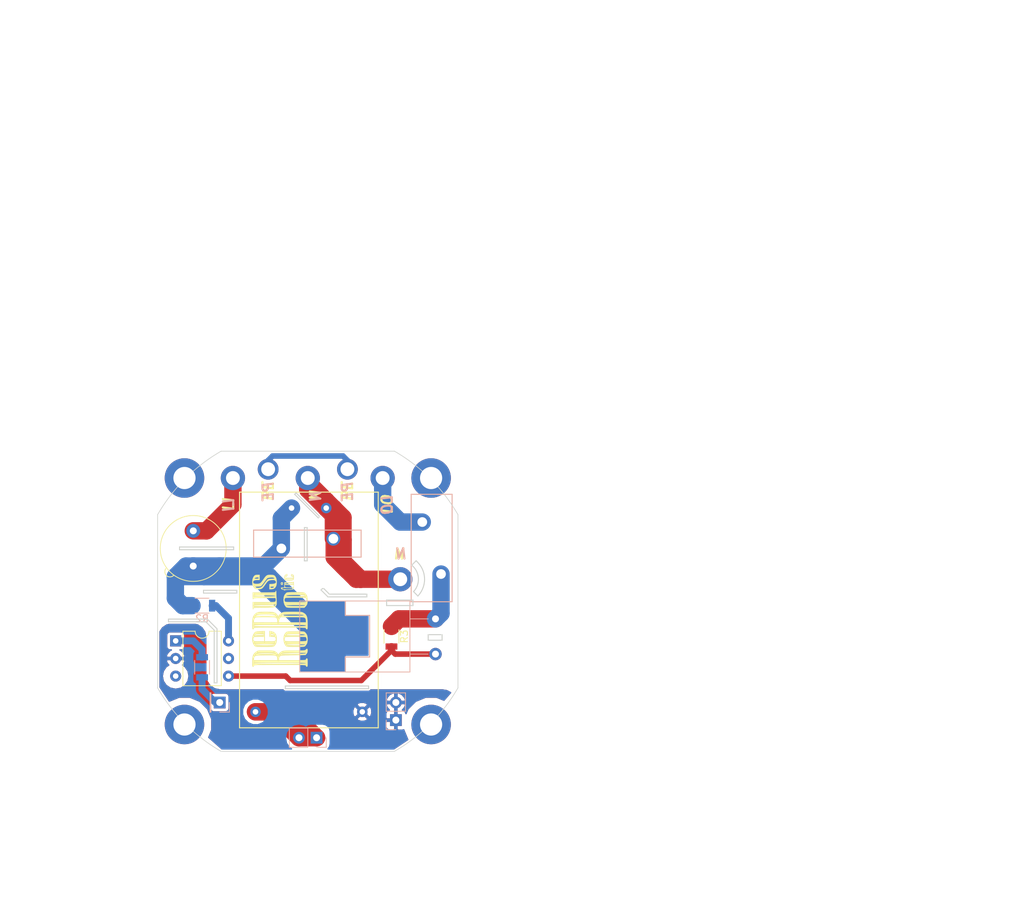
<source format=kicad_pcb>
(kicad_pcb (version 4) (host pcbnew 4.0.6)

  (general
    (links 22)
    (no_connects 0)
    (area 64.659364 107.839364 108.060636 151.240636)
    (thickness 1.6)
    (drawings 102)
    (tracks 83)
    (zones 0)
    (modules 23)
    (nets 13)
  )

  (page A4)
  (layers
    (0 F.Cu signal)
    (31 B.Cu signal)
    (32 B.Adhes user)
    (33 F.Adhes user)
    (34 B.Paste user)
    (35 F.Paste user)
    (36 B.SilkS user)
    (37 F.SilkS user)
    (38 B.Mask user)
    (39 F.Mask user)
    (40 Dwgs.User user)
    (41 Cmts.User user)
    (42 Eco1.User user)
    (43 Eco2.User user)
    (44 Edge.Cuts user)
    (45 Margin user)
    (46 B.CrtYd user)
    (47 F.CrtYd user)
    (48 B.Fab user)
    (49 F.Fab user)
  )

  (setup
    (last_trace_width 2.5)
    (trace_clearance 1)
    (zone_clearance 0.2)
    (zone_45_only no)
    (trace_min 0.2)
    (segment_width 0.2)
    (edge_width 0.15)
    (via_size 0.6)
    (via_drill 0.4)
    (via_min_size 0.4)
    (via_min_drill 0.3)
    (uvia_size 0.3)
    (uvia_drill 0.1)
    (uvias_allowed no)
    (uvia_min_size 0.2)
    (uvia_min_drill 0.1)
    (pcb_text_width 0.3)
    (pcb_text_size 1.5 1.5)
    (mod_edge_width 0.15)
    (mod_text_size 1 1)
    (mod_text_width 0.15)
    (pad_size 3 3)
    (pad_drill 2)
    (pad_to_mask_clearance 0.2)
    (aux_axis_origin 0 0)
    (grid_origin 102.87 118.11)
    (visible_elements 7FFEFFFF)
    (pcbplotparams
      (layerselection 0x00030_80000001)
      (usegerberextensions false)
      (excludeedgelayer true)
      (linewidth 0.100000)
      (plotframeref false)
      (viasonmask false)
      (mode 1)
      (useauxorigin false)
      (hpglpennumber 1)
      (hpglpenspeed 20)
      (hpglpendiameter 15)
      (hpglpenoverlay 2)
      (psnegative false)
      (psa4output false)
      (plotreference true)
      (plotvalue true)
      (plotinvisibletext false)
      (padsonsilk false)
      (subtractmaskfromsilk false)
      (outputformat 1)
      (mirror false)
      (drillshape 1)
      (scaleselection 1)
      (outputdirectory ""))
  )

  (net 0 "")
  (net 1 /L_OUT)
  (net 2 /MOC_PIN4)
  (net 3 /L)
  (net 4 /N)
  (net 5 /MOC_PIN6)
  (net 6 /PE)
  (net 7 /PHASE)
  (net 8 /3.3V)
  (net 9 /GND)
  (net 10 /EN)
  (net 11 "Net-(J5-Pad1)")
  (net 12 "Net-(J1-Pad1)")

  (net_class Default "Это класс цепей по умолчанию."
    (clearance 1)
    (trace_width 2.5)
    (via_dia 0.6)
    (via_drill 0.4)
    (uvia_dia 0.3)
    (uvia_drill 0.1)
    (add_net /3.3V)
    (add_net /GND)
    (add_net /L)
    (add_net /L_OUT)
    (add_net /N)
    (add_net /PHASE)
  )

  (net_class FAT ""
    (clearance 2)
    (trace_width 2.5)
    (via_dia 0.6)
    (via_drill 0.4)
    (uvia_dia 0.3)
    (uvia_drill 0.1)
    (add_net "Net-(J5-Pad1)")
  )

  (net_class lv ""
    (clearance 0.4)
    (trace_width 1)
    (via_dia 0.6)
    (via_drill 0.4)
    (uvia_dia 0.3)
    (uvia_drill 0.1)
    (add_net /EN)
    (add_net /MOC_PIN4)
    (add_net /MOC_PIN6)
    (add_net /PE)
    (add_net "Net-(J1-Pad1)")
  )

  (module Mounting_Holes:MountingHole_3.2mm_M3_ISO7380_Pad (layer F.Cu) (tedit 59E70513) (tstamp 59F27A17)
    (at 68.58 111.76)
    (descr "Mounting Hole 3.2mm, M3, ISO7380")
    (tags "mounting hole 3.2mm m3 iso7380")
    (fp_text reference REF** (at 0 -3.85) (layer F.SilkS) hide
      (effects (font (size 1 1) (thickness 0.15)))
    )
    (fp_text value MountingHole_3.2mm_M3_ISO7380_Pad (at 0 3.85) (layer F.Fab)
      (effects (font (size 1 1) (thickness 0.15)))
    )
    (fp_circle (center 0 0) (end 2.85 0) (layer Cmts.User) (width 0.15))
    (fp_circle (center 0 0) (end 3.1 0) (layer F.CrtYd) (width 0.05))
    (pad 1 thru_hole circle (at 0 0) (size 5.7 5.7) (drill 3.2) (layers *.Cu *.Mask))
  )

  (module Mounting_Holes:MountingHole_3.2mm_M3_ISO7380_Pad (layer F.Cu) (tedit 59E70516) (tstamp 59F27A08)
    (at 104.14 111.76)
    (descr "Mounting Hole 3.2mm, M3, ISO7380")
    (tags "mounting hole 3.2mm m3 iso7380")
    (fp_text reference REF** (at 0 -3.85) (layer F.SilkS) hide
      (effects (font (size 1 1) (thickness 0.15)))
    )
    (fp_text value MountingHole_3.2mm_M3_ISO7380_Pad (at 0 3.85) (layer F.Fab)
      (effects (font (size 1 1) (thickness 0.15)))
    )
    (fp_circle (center 0 0) (end 2.85 0) (layer Cmts.User) (width 0.15))
    (fp_circle (center 0 0) (end 3.1 0) (layer F.CrtYd) (width 0.05))
    (pad 1 thru_hole circle (at 0 0) (size 5.7 5.7) (drill 3.2) (layers *.Cu *.Mask))
  )

  (module Mounting_Holes:MountingHole_3.2mm_M3_ISO7380_Pad (layer F.Cu) (tedit 59E7050A) (tstamp 59F279F7)
    (at 104.14 147.32)
    (descr "Mounting Hole 3.2mm, M3, ISO7380")
    (tags "mounting hole 3.2mm m3 iso7380")
    (fp_text reference REF** (at 0 -3.85) (layer F.SilkS) hide
      (effects (font (size 1 1) (thickness 0.15)))
    )
    (fp_text value MountingHole_3.2mm_M3_ISO7380_Pad (at 0 3.85) (layer F.Fab)
      (effects (font (size 1 1) (thickness 0.15)))
    )
    (fp_circle (center 0 0) (end 2.85 0) (layer Cmts.User) (width 0.15))
    (fp_circle (center 0 0) (end 3.1 0) (layer F.CrtYd) (width 0.05))
    (pad 1 thru_hole circle (at 0 0) (size 5.7 5.7) (drill 3.2) (layers *.Cu *.Mask))
  )

  (module .pretty:TO-220_Horizontal_2 (layer B.Cu) (tedit 59885C32) (tstamp 59890DFA)
    (at 104.775 132.08 270)
    (descr "TO-220, Horizontal, RM 2.54mm")
    (tags "TO-220 Horizontal RM 2.54mm")
    (path /59806FC8)
    (fp_text reference D1 (at 2.54 20.58 270) (layer B.SilkS) hide
      (effects (font (size 1 1) (thickness 0.15)) (justify mirror))
    )
    (fp_text value BT137-600 (at 2.54 -1.9 270) (layer B.Fab)
      (effects (font (size 1 1) (thickness 0.15)) (justify mirror))
    )
    (fp_line (start -2.5 13) (end -0.5 13) (layer B.SilkS) (width 0.15))
    (fp_line (start -0.5 13) (end -0.5 9.5) (layer B.SilkS) (width 0.15))
    (fp_line (start -0.5 9.5) (end 5.5 9.5) (layer B.SilkS) (width 0.15))
    (fp_line (start 5.5 9.5) (end 5.5 13) (layer B.SilkS) (width 0.15))
    (fp_line (start 5.5 13) (end 7.5 13) (layer B.SilkS) (width 0.15))
    (fp_circle (center 2.54 16.66) (end 4.39 16.66) (layer B.Fab) (width 0.1))
    (fp_line (start -2.46 13.06) (end -2.46 19.46) (layer B.Fab) (width 0.1))
    (fp_line (start -2.46 19.46) (end 7.54 19.46) (layer B.Fab) (width 0.1))
    (fp_line (start 7.54 19.46) (end 7.54 13.06) (layer B.Fab) (width 0.1))
    (fp_line (start 7.54 13.06) (end -2.46 13.06) (layer B.Fab) (width 0.1))
    (fp_line (start -2.46 3.81) (end -2.46 13.06) (layer B.Fab) (width 0.1))
    (fp_line (start -2.46 13.06) (end 7.54 13.06) (layer B.Fab) (width 0.1))
    (fp_line (start 7.54 13.06) (end 7.54 3.81) (layer B.Fab) (width 0.1))
    (fp_line (start 7.54 3.81) (end -2.46 3.81) (layer B.Fab) (width 0.1))
    (fp_line (start 0 3.81) (end 0 0) (layer B.Fab) (width 0.1))
    (fp_line (start 5.08 3.81) (end 5.08 0) (layer B.Fab) (width 0.1))
    (fp_line (start -2.58 3.69) (end 7.66 3.69) (layer B.SilkS) (width 0.12))
    (fp_line (start -2.58 19.58) (end 7.66 19.58) (layer B.SilkS) (width 0.12))
    (fp_line (start -2.58 19.58) (end -2.58 3.69) (layer B.SilkS) (width 0.12))
    (fp_line (start 7.66 19.58) (end 7.66 3.69) (layer B.SilkS) (width 0.12))
    (fp_line (start 0 3.69) (end 0 1.05) (layer B.SilkS) (width 0.12))
    (fp_line (start 5.08 3.69) (end 5.08 1.066) (layer B.SilkS) (width 0.12))
    (fp_line (start -2.71 19.71) (end -2.71 -1.15) (layer B.CrtYd) (width 0.05))
    (fp_line (start -2.71 -1.15) (end 7.79 -1.15) (layer B.CrtYd) (width 0.05))
    (fp_line (start 7.79 -1.15) (end 7.79 19.71) (layer B.CrtYd) (width 0.05))
    (fp_line (start 7.79 19.71) (end -2.71 19.71) (layer B.CrtYd) (width 0.05))
    (fp_text user %R (at 2.54 20.58 270) (layer B.Fab)
      (effects (font (size 1 1) (thickness 0.15)) (justify mirror))
    )
    (pad 1 thru_hole rect (at 0 0 270) (size 1.8 1.8) (drill 1) (layers *.Cu *.Mask)
      (net 1 /L_OUT))
    (pad 3 thru_hole oval (at 5.08 0 270) (size 1.8 1.8) (drill 1) (layers *.Cu *.Mask)
      (net 2 /MOC_PIN4))
    (pad 2 smd circle (at 2.55 16.65 270) (size 3.5 3.5) (layers B.Cu B.Paste B.Mask)
      (net 7 /PHASE))
    (model TO_SOT_Packages_THT.3dshapes/TO-220_Horizontal.wrl
      (at (xyz 0.1 0 0))
      (scale (xyz 0.393701 0.393701 0.393701))
      (rotate (xyz 0 0 0))
    )
  )

  (module Fuse_Holders_and_Fuses:Fuseholder_Fuse_TR5_Littlefuse-No560_No460 (layer F.Cu) (tedit 59885A32) (tstamp 59890E1A)
    (at 69.85 119.38 270)
    (descr "Fuse, Fuseholder, TR5, Littlefuse/Wickmann, No. 460, No560,")
    (tags "Fuse Fuseholder TR5 Littlefuse/Wickmann No. 460 No560 ")
    (path /598071FE)
    (fp_text reference F1 (at 2.39 -6.89 270) (layer F.SilkS) hide
      (effects (font (size 1 1) (thickness 0.15)))
    )
    (fp_text value Fuse (at 2.39 7.43 270) (layer F.Fab)
      (effects (font (size 1 1) (thickness 0.15)))
    )
    (fp_line (start 5.44 3.94) (end 5.31 3.79) (layer F.Fab) (width 0.1))
    (fp_line (start 5.62 4.02) (end 5.44 3.94) (layer F.Fab) (width 0.1))
    (fp_line (start 5.91 4.06) (end 5.62 4.02) (layer F.Fab) (width 0.1))
    (fp_line (start 6.2 3.98) (end 5.91 4.06) (layer F.Fab) (width 0.1))
    (fp_line (start 6.42 3.81) (end 6.2 3.98) (layer F.Fab) (width 0.1))
    (fp_line (start 6.57 3.55) (end 6.42 3.81) (layer F.Fab) (width 0.1))
    (fp_line (start 6.6 3.29) (end 6.57 3.55) (layer F.Fab) (width 0.1))
    (fp_line (start 6.55 3.04) (end 6.6 3.29) (layer F.Fab) (width 0.1))
    (fp_line (start 6.46 2.88) (end 6.55 3.04) (layer F.Fab) (width 0.1))
    (fp_line (start 6.34 2.74) (end 6.46 2.88) (layer F.Fab) (width 0.1))
    (fp_line (start 6.39 2.79) (end 6.51 2.93) (layer F.SilkS) (width 0.12))
    (fp_line (start 6.51 2.93) (end 6.6 3.09) (layer F.SilkS) (width 0.12))
    (fp_line (start 6.6 3.09) (end 6.65 3.34) (layer F.SilkS) (width 0.12))
    (fp_line (start 6.65 3.34) (end 6.62 3.6) (layer F.SilkS) (width 0.12))
    (fp_line (start 6.62 3.6) (end 6.47 3.86) (layer F.SilkS) (width 0.12))
    (fp_line (start 6.47 3.86) (end 6.25 4.03) (layer F.SilkS) (width 0.12))
    (fp_line (start 6.25 4.03) (end 5.96 4.11) (layer F.SilkS) (width 0.12))
    (fp_line (start 5.96 4.11) (end 5.67 4.07) (layer F.SilkS) (width 0.12))
    (fp_line (start 5.67 4.07) (end 5.49 3.99) (layer F.SilkS) (width 0.12))
    (fp_line (start 5.49 3.99) (end 5.36 3.84) (layer F.SilkS) (width 0.12))
    (fp_line (start -2.46 -4.99) (end 7.54 -4.99) (layer F.CrtYd) (width 0.05))
    (fp_line (start -2.46 -4.99) (end -2.46 5.01) (layer F.CrtYd) (width 0.05))
    (fp_line (start 7.54 5.01) (end 7.54 -4.99) (layer F.CrtYd) (width 0.05))
    (fp_line (start 7.54 5.01) (end -2.46 5.01) (layer F.CrtYd) (width 0.05))
    (fp_circle (center 2.55 0) (end 7.25 0) (layer F.Fab) (width 0.1))
    (fp_circle (center 2.54 0.01) (end 7.29 0.01) (layer F.SilkS) (width 0.12))
    (pad 1 thru_hole circle (at 0 0 270) (size 2 2) (drill 1) (layers *.Cu *.Mask)
      (net 3 /L))
    (pad 2 thru_hole circle (at 5.08 0.01 270) (size 2 2) (drill 1) (layers *.Cu *.Mask)
      (net 7 /PHASE))
  )

  (module Pin_Headers:Pin_Header_Straight_1x02_Pitch2.54mm (layer B.Cu) (tedit 59885D79) (tstamp 59890E42)
    (at 87.63 149.225 90)
    (descr "Through hole straight pin header, 1x02, 2.54mm pitch, single row")
    (tags "Through hole pin header THT 1x02 2.54mm single row")
    (path /5981662A)
    (fp_text reference J8 (at 0 2.39 90) (layer B.SilkS) hide
      (effects (font (size 1 1) (thickness 0.15)) (justify mirror))
    )
    (fp_text value CONN_01X02 (at 0 -4.929999 90) (layer B.Fab)
      (effects (font (size 1 1) (thickness 0.15)) (justify mirror))
    )
    (fp_line (start -1.27 1.27) (end -1.27 -3.81) (layer B.Fab) (width 0.1))
    (fp_line (start -1.27 -3.81) (end 1.27 -3.81) (layer B.Fab) (width 0.1))
    (fp_line (start 1.27 -3.81) (end 1.27 1.27) (layer B.Fab) (width 0.1))
    (fp_line (start 1.27 1.27) (end -1.27 1.27) (layer B.Fab) (width 0.1))
    (fp_line (start -1.39 -1.27) (end -1.39 -3.93) (layer B.SilkS) (width 0.12))
    (fp_line (start -1.39 -3.93) (end 1.39 -3.93) (layer B.SilkS) (width 0.12))
    (fp_line (start 1.39 -3.93) (end 1.39 -1.27) (layer B.SilkS) (width 0.12))
    (fp_line (start 1.39 -1.27) (end -1.39 -1.27) (layer B.SilkS) (width 0.12))
    (fp_line (start -1.39 0) (end -1.39 1.39) (layer B.SilkS) (width 0.12))
    (fp_line (start -1.39 1.39) (end 0 1.39) (layer B.SilkS) (width 0.12))
    (fp_line (start -1.6 1.6) (end -1.6 -4.1) (layer B.CrtYd) (width 0.05))
    (fp_line (start -1.6 -4.1) (end 1.6 -4.1) (layer B.CrtYd) (width 0.05))
    (fp_line (start 1.6 -4.1) (end 1.6 1.6) (layer B.CrtYd) (width 0.05))
    (fp_line (start 1.6 1.6) (end -1.6 1.6) (layer B.CrtYd) (width 0.05))
    (pad 1 thru_hole rect (at 0 0 90) (size 1.7 1.7) (drill 1) (layers *.Cu *.Mask)
      (net 8 /3.3V))
    (pad 2 thru_hole oval (at 0 -2.54 90) (size 1.7 1.7) (drill 1) (layers *.Cu *.Mask)
      (net 8 /3.3V))
    (model Pin_Headers.3dshapes/Pin_Header_Straight_1x02_Pitch2.54mm.wrl
      (at (xyz 0 -0.05 0))
      (scale (xyz 1 1 1))
      (rotate (xyz 0 0 90))
    )
  )

  (module Pin_Headers:Pin_Header_Straight_1x02_Pitch2.54mm (layer B.Cu) (tedit 59885D7E) (tstamp 59890E56)
    (at 99.06 146.685)
    (descr "Through hole straight pin header, 1x02, 2.54mm pitch, single row")
    (tags "Through hole pin header THT 1x02 2.54mm single row")
    (path /5981699B)
    (fp_text reference J9 (at 0 2.39) (layer B.SilkS) hide
      (effects (font (size 1 1) (thickness 0.15)) (justify mirror))
    )
    (fp_text value CONN_01X02 (at 0 -4.929999) (layer B.Fab)
      (effects (font (size 1 1) (thickness 0.15)) (justify mirror))
    )
    (fp_line (start -1.27 1.27) (end -1.27 -3.81) (layer B.Fab) (width 0.1))
    (fp_line (start -1.27 -3.81) (end 1.27 -3.81) (layer B.Fab) (width 0.1))
    (fp_line (start 1.27 -3.81) (end 1.27 1.27) (layer B.Fab) (width 0.1))
    (fp_line (start 1.27 1.27) (end -1.27 1.27) (layer B.Fab) (width 0.1))
    (fp_line (start -1.39 -1.27) (end -1.39 -3.93) (layer B.SilkS) (width 0.12))
    (fp_line (start -1.39 -3.93) (end 1.39 -3.93) (layer B.SilkS) (width 0.12))
    (fp_line (start 1.39 -3.93) (end 1.39 -1.27) (layer B.SilkS) (width 0.12))
    (fp_line (start 1.39 -1.27) (end -1.39 -1.27) (layer B.SilkS) (width 0.12))
    (fp_line (start -1.39 0) (end -1.39 1.39) (layer B.SilkS) (width 0.12))
    (fp_line (start -1.39 1.39) (end 0 1.39) (layer B.SilkS) (width 0.12))
    (fp_line (start -1.6 1.6) (end -1.6 -4.1) (layer B.CrtYd) (width 0.05))
    (fp_line (start -1.6 -4.1) (end 1.6 -4.1) (layer B.CrtYd) (width 0.05))
    (fp_line (start 1.6 -4.1) (end 1.6 1.6) (layer B.CrtYd) (width 0.05))
    (fp_line (start 1.6 1.6) (end -1.6 1.6) (layer B.CrtYd) (width 0.05))
    (pad 1 thru_hole rect (at 0 0) (size 1.7 1.7) (drill 1) (layers *.Cu *.Mask)
      (net 9 /GND))
    (pad 2 thru_hole oval (at 0 -2.54) (size 1.7 1.7) (drill 1) (layers *.Cu *.Mask)
      (net 9 /GND))
    (model Pin_Headers.3dshapes/Pin_Header_Straight_1x02_Pitch2.54mm.wrl
      (at (xyz 0 -0.05 0))
      (scale (xyz 1 1 1))
      (rotate (xyz 0 0 90))
    )
  )

  (module Housings_DIP:DIP-6_W7.62mm (layer F.Cu) (tedit 59885D33) (tstamp 59890EE3)
    (at 67.31 135.255)
    (descr "6-lead dip package, row spacing 7.62 mm (300 mils)")
    (tags "DIL DIP PDIP 2.54mm 7.62mm 300mil")
    (path /59818318)
    (fp_text reference U1 (at 3.81 -2.39) (layer F.SilkS) hide
      (effects (font (size 1 1) (thickness 0.15)))
    )
    (fp_text value MOC3063M (at 3.81 7.47) (layer F.Fab)
      (effects (font (size 1 1) (thickness 0.15)))
    )
    (fp_arc (start 3.81 -1.39) (end 2.81 -1.39) (angle -180) (layer F.SilkS) (width 0.12))
    (fp_line (start 1.635 -1.27) (end 6.985 -1.27) (layer F.Fab) (width 0.1))
    (fp_line (start 6.985 -1.27) (end 6.985 6.35) (layer F.Fab) (width 0.1))
    (fp_line (start 6.985 6.35) (end 0.635 6.35) (layer F.Fab) (width 0.1))
    (fp_line (start 0.635 6.35) (end 0.635 -0.27) (layer F.Fab) (width 0.1))
    (fp_line (start 0.635 -0.27) (end 1.635 -1.27) (layer F.Fab) (width 0.1))
    (fp_line (start 2.81 -1.39) (end 1.04 -1.39) (layer F.SilkS) (width 0.12))
    (fp_line (start 1.04 -1.39) (end 1.04 6.47) (layer F.SilkS) (width 0.12))
    (fp_line (start 1.04 6.47) (end 6.58 6.47) (layer F.SilkS) (width 0.12))
    (fp_line (start 6.58 6.47) (end 6.58 -1.39) (layer F.SilkS) (width 0.12))
    (fp_line (start 6.58 -1.39) (end 4.81 -1.39) (layer F.SilkS) (width 0.12))
    (fp_line (start -1.1 -1.6) (end -1.1 6.6) (layer F.CrtYd) (width 0.05))
    (fp_line (start -1.1 6.6) (end 8.7 6.6) (layer F.CrtYd) (width 0.05))
    (fp_line (start 8.7 6.6) (end 8.7 -1.6) (layer F.CrtYd) (width 0.05))
    (fp_line (start 8.7 -1.6) (end -1.1 -1.6) (layer F.CrtYd) (width 0.05))
    (pad 1 thru_hole rect (at 0 0) (size 1.6 1.6) (drill 0.8) (layers *.Cu *.Mask)
      (net 10 /EN))
    (pad 4 thru_hole oval (at 7.62 5.08) (size 1.6 1.6) (drill 0.8) (layers *.Cu *.Mask)
      (net 2 /MOC_PIN4))
    (pad 2 thru_hole oval (at 0 2.54) (size 1.6 1.6) (drill 0.8) (layers *.Cu *.Mask)
      (net 9 /GND))
    (pad 5 thru_hole oval (at 7.62 2.54) (size 1.6 1.6) (drill 0.8) (layers *.Cu *.Mask))
    (pad 3 thru_hole oval (at 0 5.08) (size 1.6 1.6) (drill 0.8) (layers *.Cu *.Mask))
    (pad 6 thru_hole oval (at 7.62 0) (size 1.6 1.6) (drill 0.8) (layers *.Cu *.Mask)
      (net 5 /MOC_PIN6))
    (model Housings_DIP.3dshapes/DIP-6_W7.62mm.wrl
      (at (xyz 0 0 0))
      (scale (xyz 1 1 1))
      (rotate (xyz 0 0 0))
    )
  )

  (module Wire_Pads:SolderWirePad_single_1-2mmDrill (layer F.Cu) (tedit 598BEB71) (tstamp 598D8828)
    (at 75.565 111.76)
    (path /5988305A)
    (fp_text reference J2 (at 0 -3.81) (layer F.SilkS) hide
      (effects (font (size 1 1) (thickness 0.15)))
    )
    (fp_text value CONN_01X01 (at -1.905 3.175) (layer F.Fab)
      (effects (font (size 1 1) (thickness 0.15)))
    )
    (pad 1 thru_hole circle (at 0 0) (size 3.50012 3.50012) (drill 2) (layers *.Cu *.Mask)
      (net 3 /L))
  )

  (module Wire_Pads:SolderWirePad_single_1-2mmDrill (layer F.Cu) (tedit 598863B4) (tstamp 598D89CB)
    (at 99.695 126.365)
    (path /598830BD)
    (fp_text reference J3 (at 0 -3.81) (layer F.SilkS) hide
      (effects (font (size 1 1) (thickness 0.15)))
    )
    (fp_text value CONN_01X01 (at -1.905 3.175) (layer F.Fab)
      (effects (font (size 1 1) (thickness 0.15)))
    )
    (pad 1 thru_hole circle (at 0 0) (size 3.50012 3.50012) (drill 2) (layers *.Cu *.Mask)
      (net 4 /N))
  )

  (module Wire_Pads:SolderWirePad_single_1-2mmDrill (layer F.Cu) (tedit 59E700BE) (tstamp 598D89CF)
    (at 80.645 110.49)
    (path /59883108)
    (fp_text reference J4 (at 0 -3.81) (layer F.SilkS) hide
      (effects (font (size 1 1) (thickness 0.15)))
    )
    (fp_text value CONN_01X01 (at -1.905 3.175) (layer F.Fab)
      (effects (font (size 1 1) (thickness 0.15)))
    )
    (pad 1 thru_hole circle (at 0 0) (size 3 3) (drill 2) (layers *.Cu *.Mask)
      (net 6 /PE))
  )

  (module Wire_Pads:SolderWirePad_single_1-2mmDrill (layer F.Cu) (tedit 59E700C4) (tstamp 598D89D3)
    (at 92.075 110.49)
    (path /598831B1)
    (fp_text reference J6 (at 0 -3.81) (layer F.SilkS) hide
      (effects (font (size 1 1) (thickness 0.15)))
    )
    (fp_text value CONN_01X01 (at -1.905 3.175) (layer F.Fab)
      (effects (font (size 1 1) (thickness 0.15)))
    )
    (pad 1 thru_hole circle (at 0 0) (size 3 3) (drill 2) (layers *.Cu *.Mask)
      (net 6 /PE))
  )

  (module Wire_Pads:SolderWirePad_single_1-2mmDrill (layer F.Cu) (tedit 598BEB7B) (tstamp 598D89D7)
    (at 86.36 111.76)
    (path /598831FF)
    (fp_text reference J7 (at 0 -3.81) (layer F.SilkS) hide
      (effects (font (size 1 1) (thickness 0.15)))
    )
    (fp_text value CONN_01X01 (at -1.905 3.175) (layer F.Fab)
      (effects (font (size 1 1) (thickness 0.15)))
    )
    (pad 1 thru_hole circle (at 0 0) (size 3.50012 3.50012) (drill 2) (layers *.Cu *.Mask)
      (net 4 /N))
  )

  (module Wire_Pads:SolderWirePad_single_1-2mmDrill (layer F.Cu) (tedit 598BEB81) (tstamp 598D8A2C)
    (at 97.155 111.76)
    (path /59883160)
    (fp_text reference J5 (at 0 -3.81) (layer F.SilkS) hide
      (effects (font (size 1 1) (thickness 0.15)))
    )
    (fp_text value CONN_01X01 (at -1.905 3.175) (layer F.Fab)
      (effects (font (size 1 1) (thickness 0.15)))
    )
    (pad 1 thru_hole circle (at 0 0) (size 3.50012 3.50012) (drill 2) (layers *.Cu *.Mask)
      (net 11 "Net-(J5-Pad1)"))
  )

  (module .pretty:HLK-PM12 (layer F.Cu) (tedit 59A8FCA3) (tstamp 598D8BB3)
    (at 96.52 113.792 270)
    (path /5987FD85)
    (fp_text reference U2 (at 18 -2 270) (layer F.SilkS) hide
      (effects (font (size 1 1) (thickness 0.15)))
    )
    (fp_text value HI-LINKPM12 (at 18 -4 270) (layer F.Fab)
      (effects (font (size 1 1) (thickness 0.15)))
    )
    (fp_text user GND (at 31.75 -0.127 270) (layer F.SilkS) hide
      (effects (font (size 1 1) (thickness 0.15) italic))
    )
    (fp_text user AC (at 5 12 270) (layer F.SilkS) hide
      (effects (font (size 1 1) (thickness 0.15)))
    )
    (fp_text user AC (at 5 8 270) (layer F.SilkS) hide
      (effects (font (size 1 1) (thickness 0.15)))
    )
    (fp_line (start 0 0) (end 34 0) (layer F.SilkS) (width 0.15))
    (fp_line (start 34 0) (end 34 20) (layer F.SilkS) (width 0.15))
    (fp_line (start 34 20) (end 0 20) (layer F.SilkS) (width 0.15))
    (fp_line (start 0 20) (end 0 0) (layer F.SilkS) (width 0.15))
    (pad 1 thru_hole circle (at 2.3 7.5 270) (size 1.524 1.524) (drill 0.8) (layers *.Cu *.Mask)
      (net 4 /N))
    (pad 2 thru_hole circle (at 2.3 12.5 270) (size 1.524 1.524) (drill 0.8) (layers *.Cu *.Mask)
      (net 7 /PHASE))
    (pad 3 thru_hole circle (at 31.7 2.3 270) (size 1.524 1.524) (drill 0.8) (layers *.Cu *.Mask)
      (net 9 /GND))
    (pad 4 thru_hole circle (at 31.7 17.7 270) (size 1.524 1.524) (drill 0.8) (layers *.Cu *.Mask)
      (net 8 /3.3V))
  )

  (module Pin_Headers:Pin_Header_Straight_1x01_Pitch2.54mm (layer B.Cu) (tedit 59885D77) (tstamp 5995A985)
    (at 73.66 144.145 90)
    (descr "Through hole straight pin header, 1x01, 2.54mm pitch, single row")
    (tags "Through hole pin header THT 1x01 2.54mm single row")
    (path /5988D13C)
    (fp_text reference J1 (at 0 2.39 90) (layer B.SilkS) hide
      (effects (font (size 1 1) (thickness 0.15)) (justify mirror))
    )
    (fp_text value CONN_01X01 (at 0 -2.39 90) (layer B.Fab)
      (effects (font (size 1 1) (thickness 0.15)) (justify mirror))
    )
    (fp_line (start -1.27 1.27) (end -1.27 -1.27) (layer B.Fab) (width 0.1))
    (fp_line (start -1.27 -1.27) (end 1.27 -1.27) (layer B.Fab) (width 0.1))
    (fp_line (start 1.27 -1.27) (end 1.27 1.27) (layer B.Fab) (width 0.1))
    (fp_line (start 1.27 1.27) (end -1.27 1.27) (layer B.Fab) (width 0.1))
    (fp_line (start -1.39 -1.27) (end -1.39 -1.39) (layer B.SilkS) (width 0.12))
    (fp_line (start -1.39 -1.39) (end 1.39 -1.39) (layer B.SilkS) (width 0.12))
    (fp_line (start 1.39 -1.39) (end 1.39 -1.27) (layer B.SilkS) (width 0.12))
    (fp_line (start 1.39 -1.27) (end -1.39 -1.27) (layer B.SilkS) (width 0.12))
    (fp_line (start -1.39 0) (end -1.39 1.39) (layer B.SilkS) (width 0.12))
    (fp_line (start -1.39 1.39) (end 0 1.39) (layer B.SilkS) (width 0.12))
    (fp_line (start -1.6 1.6) (end -1.6 -1.6) (layer B.CrtYd) (width 0.05))
    (fp_line (start -1.6 -1.6) (end 1.6 -1.6) (layer B.CrtYd) (width 0.05))
    (fp_line (start 1.6 -1.6) (end 1.6 1.6) (layer B.CrtYd) (width 0.05))
    (fp_line (start 1.6 1.6) (end -1.6 1.6) (layer B.CrtYd) (width 0.05))
    (pad 1 thru_hole rect (at 0 0 90) (size 1.7 1.7) (drill 1) (layers *.Cu *.Mask)
      (net 12 "Net-(J1-Pad1)"))
    (model Pin_Headers.3dshapes/Pin_Header_Straight_1x01_Pitch2.54mm.wrl
      (at (xyz 0 0 0))
      (scale (xyz 1 1 1))
      (rotate (xyz 0 0 90))
    )
  )

  (module Mounting_Holes:MountingHole_3.2mm_M3_ISO7380_Pad (layer F.Cu) (tedit 59E7050F) (tstamp 59F27470)
    (at 68.58 147.32)
    (descr "Mounting Hole 3.2mm, M3, ISO7380")
    (tags "mounting hole 3.2mm m3 iso7380")
    (fp_text reference REF** (at 0 -3.85) (layer F.SilkS) hide
      (effects (font (size 1 1) (thickness 0.15)))
    )
    (fp_text value MountingHole_3.2mm_M3_ISO7380_Pad (at 0 3.85) (layer F.Fab)
      (effects (font (size 1 1) (thickness 0.15)))
    )
    (fp_circle (center 0 0) (end 2.85 0) (layer Cmts.User) (width 0.15))
    (fp_circle (center 0 0) (end 3.1 0) (layer F.CrtYd) (width 0.05))
    (pad 1 thru_hole circle (at 0 0) (size 5.7 5.7) (drill 3.2) (layers *.Cu *.Mask))
  )

  (module Resistors_SMD:R_1206 (layer B.Cu) (tedit 59E7020D) (tstamp 5A021D8A)
    (at 71.12 139.065 270)
    (descr "Resistor SMD 1206, reflow soldering, Vishay (see dcrcw.pdf)")
    (tags "resistor 1206")
    (path /59E701E3)
    (attr smd)
    (fp_text reference R1 (at 0 1.85 270) (layer B.SilkS) hide
      (effects (font (size 1 1) (thickness 0.15)) (justify mirror))
    )
    (fp_text value 150 (at 0 -1.95 270) (layer B.Fab)
      (effects (font (size 1 1) (thickness 0.15)) (justify mirror))
    )
    (fp_text user %R (at 0 1.85 270) (layer B.Fab)
      (effects (font (size 1 1) (thickness 0.15)) (justify mirror))
    )
    (fp_line (start -1.6 -0.8) (end -1.6 0.8) (layer B.Fab) (width 0.1))
    (fp_line (start 1.6 -0.8) (end -1.6 -0.8) (layer B.Fab) (width 0.1))
    (fp_line (start 1.6 0.8) (end 1.6 -0.8) (layer B.Fab) (width 0.1))
    (fp_line (start -1.6 0.8) (end 1.6 0.8) (layer B.Fab) (width 0.1))
    (fp_line (start 1 -1.07) (end -1 -1.07) (layer B.SilkS) (width 0.12))
    (fp_line (start -1 1.07) (end 1 1.07) (layer B.SilkS) (width 0.12))
    (fp_line (start -2.15 1.11) (end 2.15 1.11) (layer B.CrtYd) (width 0.05))
    (fp_line (start -2.15 1.11) (end -2.15 -1.1) (layer B.CrtYd) (width 0.05))
    (fp_line (start 2.15 -1.1) (end 2.15 1.11) (layer B.CrtYd) (width 0.05))
    (fp_line (start 2.15 -1.1) (end -2.15 -1.1) (layer B.CrtYd) (width 0.05))
    (pad 1 smd rect (at -1.45 0 270) (size 0.9 1.7) (layers B.Cu B.Paste B.Mask)
      (net 10 /EN))
    (pad 2 smd rect (at 1.45 0 270) (size 0.9 1.7) (layers B.Cu B.Paste B.Mask)
      (net 12 "Net-(J1-Pad1)"))
    (model Resistors_SMD.3dshapes/R_1206.wrl
      (at (xyz 0 0 0))
      (scale (xyz 1 1 1))
      (rotate (xyz 0 0 0))
    )
  )

  (module Resistors_SMD:R_1206 (layer B.Cu) (tedit 58AADA9E) (tstamp 5A021E99)
    (at 71.12 130.175)
    (descr "Resistor SMD 1206, reflow soldering, Vishay (see dcrcw.pdf)")
    (tags "resistor 1206")
    (path /598070E9)
    (attr smd)
    (fp_text reference R2 (at 0 1.85) (layer B.SilkS)
      (effects (font (size 1 1) (thickness 0.15)) (justify mirror))
    )
    (fp_text value 360 (at 0 -1.95) (layer B.Fab)
      (effects (font (size 1 1) (thickness 0.15)) (justify mirror))
    )
    (fp_text user %R (at 0 1.85) (layer B.Fab)
      (effects (font (size 1 1) (thickness 0.15)) (justify mirror))
    )
    (fp_line (start -1.6 -0.8) (end -1.6 0.8) (layer B.Fab) (width 0.1))
    (fp_line (start 1.6 -0.8) (end -1.6 -0.8) (layer B.Fab) (width 0.1))
    (fp_line (start 1.6 0.8) (end 1.6 -0.8) (layer B.Fab) (width 0.1))
    (fp_line (start -1.6 0.8) (end 1.6 0.8) (layer B.Fab) (width 0.1))
    (fp_line (start 1 -1.07) (end -1 -1.07) (layer B.SilkS) (width 0.12))
    (fp_line (start -1 1.07) (end 1 1.07) (layer B.SilkS) (width 0.12))
    (fp_line (start -2.15 1.11) (end 2.15 1.11) (layer B.CrtYd) (width 0.05))
    (fp_line (start -2.15 1.11) (end -2.15 -1.1) (layer B.CrtYd) (width 0.05))
    (fp_line (start 2.15 -1.1) (end 2.15 1.11) (layer B.CrtYd) (width 0.05))
    (fp_line (start 2.15 -1.1) (end -2.15 -1.1) (layer B.CrtYd) (width 0.05))
    (pad 1 smd rect (at -1.45 0) (size 0.9 1.7) (layers B.Cu B.Paste B.Mask)
      (net 7 /PHASE))
    (pad 2 smd rect (at 1.45 0) (size 0.9 1.7) (layers B.Cu B.Paste B.Mask)
      (net 5 /MOC_PIN6))
    (model Resistors_SMD.3dshapes/R_1206.wrl
      (at (xyz 0 0 0))
      (scale (xyz 1 1 1))
      (rotate (xyz 0 0 0))
    )
  )

  (module Resistors_SMD:R_1206 (layer F.Cu) (tedit 58AADA9E) (tstamp 5A021EA9)
    (at 98.425 134.62 270)
    (descr "Resistor SMD 1206, reflow soldering, Vishay (see dcrcw.pdf)")
    (tags "resistor 1206")
    (path /59807162)
    (attr smd)
    (fp_text reference R3 (at 0 -1.85 270) (layer F.SilkS)
      (effects (font (size 1 1) (thickness 0.15)))
    )
    (fp_text value 360 (at 0 1.95 270) (layer F.Fab)
      (effects (font (size 1 1) (thickness 0.15)))
    )
    (fp_text user %R (at 0 -1.85 270) (layer F.Fab)
      (effects (font (size 1 1) (thickness 0.15)))
    )
    (fp_line (start -1.6 0.8) (end -1.6 -0.8) (layer F.Fab) (width 0.1))
    (fp_line (start 1.6 0.8) (end -1.6 0.8) (layer F.Fab) (width 0.1))
    (fp_line (start 1.6 -0.8) (end 1.6 0.8) (layer F.Fab) (width 0.1))
    (fp_line (start -1.6 -0.8) (end 1.6 -0.8) (layer F.Fab) (width 0.1))
    (fp_line (start 1 1.07) (end -1 1.07) (layer F.SilkS) (width 0.12))
    (fp_line (start -1 -1.07) (end 1 -1.07) (layer F.SilkS) (width 0.12))
    (fp_line (start -2.15 -1.11) (end 2.15 -1.11) (layer F.CrtYd) (width 0.05))
    (fp_line (start -2.15 -1.11) (end -2.15 1.1) (layer F.CrtYd) (width 0.05))
    (fp_line (start 2.15 1.1) (end 2.15 -1.11) (layer F.CrtYd) (width 0.05))
    (fp_line (start 2.15 1.1) (end -2.15 1.1) (layer F.CrtYd) (width 0.05))
    (pad 1 smd rect (at -1.45 0 270) (size 0.9 1.7) (layers F.Cu F.Paste F.Mask)
      (net 1 /L_OUT))
    (pad 2 smd rect (at 1.45 0 270) (size 0.9 1.7) (layers F.Cu F.Paste F.Mask)
      (net 2 /MOC_PIN4))
    (model Resistors_SMD.3dshapes/R_1206.wrl
      (at (xyz 0 0 0))
      (scale (xyz 1 1 1))
      (rotate (xyz 0 0 0))
    )
  )

  (module .pretty:iTerm (layer B.Cu) (tedit 59E70132) (tstamp 5A021EC6)
    (at 102.87 118.11 270)
    (tags "varistor SIOV")
    (path /59A8F7CB)
    (fp_text reference TH1 (at 3.75 -5.3 270) (layer B.SilkS) hide
      (effects (font (size 1 1) (thickness 0.15)) (justify mirror))
    )
    (fp_text value Thermistor_NTC (at 3.75 2.6 270) (layer B.Fab)
      (effects (font (size 1 1) (thickness 0.15)) (justify mirror))
    )
    (fp_line (start -4.25 -4.55) (end 11.75 -4.55) (layer B.CrtYd) (width 0.05))
    (fp_line (start -4.25 1.85) (end 11.75 1.85) (layer B.CrtYd) (width 0.05))
    (fp_line (start 11.75 1.85) (end 11.75 -4.55) (layer B.CrtYd) (width 0.05))
    (fp_line (start -4.25 1.85) (end -4.25 -4.55) (layer B.CrtYd) (width 0.05))
    (fp_line (start -4 -4.3) (end 11.5 -4.3) (layer B.SilkS) (width 0.15))
    (fp_line (start -4 1.6) (end 11.5 1.6) (layer B.SilkS) (width 0.15))
    (fp_line (start 11.5 1.6) (end 11.5 -4.3) (layer B.SilkS) (width 0.15))
    (fp_line (start -4 1.6) (end -4 -4.3) (layer B.SilkS) (width 0.15))
    (pad 1 thru_hole circle (at 0 0 270) (size 2 2) (drill 1.4) (layers *.Cu *.Mask)
      (net 11 "Net-(J5-Pad1)"))
    (pad 2 thru_hole circle (at 7.5 -2.7 270) (size 2 2) (drill 1.4) (layers *.Cu *.Mask)
      (net 1 /L_OUT))
  )

  (module .pretty:iRV_Disc_D15.5_W3.9_P7.5 (layer B.Cu) (tedit 59E6FF71) (tstamp 5A021EB9)
    (at 82.55 121.92)
    (tags "varistor SIOV")
    (path /5987FDF2)
    (fp_text reference RV1 (at 3.75 -3.65) (layer B.SilkS) hide
      (effects (font (size 1 1) (thickness 0.15)) (justify mirror))
    )
    (fp_text value Varistor (at 3.75 2.25) (layer B.Fab)
      (effects (font (size 1 1) (thickness 0.15)) (justify mirror))
    )
    (fp_line (start -4.25 -2.9) (end 11.75 -2.9) (layer B.CrtYd) (width 0.05))
    (fp_line (start -4.25 1.5) (end 11.75 1.5) (layer B.CrtYd) (width 0.05))
    (fp_line (start 11.75 1.5) (end 11.75 -2.9) (layer B.CrtYd) (width 0.05))
    (fp_line (start -4.25 1.5) (end -4.25 -2.9) (layer B.CrtYd) (width 0.05))
    (fp_line (start -4 -2.65) (end 11.5 -2.65) (layer B.SilkS) (width 0.15))
    (fp_line (start -4 1.25) (end 11.5 1.25) (layer B.SilkS) (width 0.15))
    (fp_line (start 11.5 1.25) (end 11.5 -2.65) (layer B.SilkS) (width 0.15))
    (fp_line (start -4 1.25) (end -4 -2.65) (layer B.SilkS) (width 0.15))
    (pad 1 thru_hole circle (at 0 0) (size 2 2) (drill 1.4) (layers *.Cu *.Mask)
      (net 7 /PHASE))
    (pad 2 thru_hole circle (at 7.5 -1.4) (size 2 2) (drill 1.4) (layers *.Cu *.Mask)
      (net 4 /N))
  )

  (module .pretty:LOGO_SILK (layer F.Cu) (tedit 595F8ADD) (tstamp 5A022641)
    (at 82.47 132.51 90)
    (fp_text reference G*** (at 0.4 -8.1 90) (layer F.SilkS) hide
      (effects (font (thickness 0.3)))
    )
    (fp_text value LOGO (at 0.2 -10.8 90) (layer F.SilkS) hide
      (effects (font (thickness 0.3)))
    )
    (fp_poly (pts (xy -5.3279 -4.113765) (xy -4.990544 -4.06663) (xy -4.731663 -3.977201) (xy -4.528187 -3.836584)
      (xy -4.357046 -3.635885) (xy -4.310799 -3.566167) (xy -4.127501 -3.277136) (xy -4.127501 -2.175789)
      (xy -4.128943 -1.766189) (xy -4.134662 -1.461505) (xy -4.146744 -1.239669) (xy -4.167274 -1.078618)
      (xy -4.19834 -0.956284) (xy -4.242027 -0.850602) (xy -4.255317 -0.823899) (xy -4.372576 -0.641141)
      (xy -4.506392 -0.496006) (xy -4.540674 -0.470134) (xy -4.698214 -0.36691) (xy -4.538086 -0.240953)
      (xy -4.404669 -0.100933) (xy -4.276436 0.086757) (xy -4.252729 0.130472) (xy -4.213388 0.216696)
      (xy -4.183216 0.313124) (xy -4.161013 0.437048) (xy -4.145578 0.605759) (xy -4.135713 0.836549)
      (xy -4.130217 1.146709) (xy -4.127889 1.553531) (xy -4.127501 1.934841) (xy -4.127008 2.420771)
      (xy -4.124726 2.795553) (xy -4.119448 3.07504) (xy -4.109966 3.275082) (xy -4.095072 3.411532)
      (xy -4.073561 3.500241) (xy -4.044224 3.55706) (xy -4.005855 3.597841) (xy -4.0005 3.602483)
      (xy -3.886369 3.731283) (xy -3.892363 3.819078) (xy -4.018309 3.865561) (xy -4.15571 3.8735)
      (xy -4.404421 3.842223) (xy -4.598258 3.735288) (xy -4.616085 3.720377) (xy -4.79425 3.567254)
      (xy -4.826 1.790146) (xy -4.835952 1.264921) (xy -4.836264 1.251601) (xy -4.626457 1.251601)
      (xy -4.624063 1.638717) (xy -4.619091 2.035968) (xy -4.611767 2.423888) (xy -4.602317 2.783009)
      (xy -4.590968 3.093865) (xy -4.577947 3.336987) (xy -4.56348 3.49291) (xy -4.552378 3.540125)
      (xy -4.499623 3.611259) (xy -4.488878 3.619587) (xy -4.486807 3.558854) (xy -4.487106 3.387526)
      (xy -4.489588 3.121982) (xy -4.494065 2.778603) (xy -4.500348 2.373766) (xy -4.508249 1.923852)
      (xy -4.5085 1.910282) (xy -4.51875 1.455977) (xy -4.531522 1.04328) (xy -4.54601 0.68924)
      (xy -4.561408 0.410904) (xy -4.576909 0.22532) (xy -4.591705 0.149535) (xy -4.591824 0.149412)
      (xy -4.605719 0.193841) (xy -4.615904 0.345741) (xy -4.622604 0.585646) (xy -4.626046 0.894088)
      (xy -4.626457 1.251601) (xy -4.836264 1.251601) (xy -4.845649 0.851823) (xy -4.856281 0.535988)
      (xy -4.869035 0.30255) (xy -4.885101 0.136645) (xy -4.905665 0.023409) (xy -4.931917 -0.052023)
      (xy -4.965043 -0.104516) (xy -4.978717 -0.120481) (xy -5.161311 -0.232329) (xy -5.312092 -0.254)
      (xy -5.5245 -0.254) (xy -5.5245 1.68275) (xy -5.52426 2.229025) (xy -5.52296 2.661568)
      (xy -5.519729 2.993643) (xy -5.513698 3.238519) (xy -5.503997 3.40946) (xy -5.489756 3.519735)
      (xy -5.470106 3.582608) (xy -5.444175 3.611348) (xy -5.411094 3.619219) (xy -5.3975 3.6195)
      (xy -5.291372 3.664401) (xy -5.2705 3.7465) (xy -5.27961 3.805526) (xy -5.322643 3.84278)
      (xy -5.423158 3.86322) (xy -5.604714 3.871806) (xy -5.87375 3.8735) (xy -6.154128 3.871582)
      (xy -6.331082 3.862522) (xy -6.428172 3.841361) (xy -6.468954 3.803139) (xy -6.477 3.7465)
      (xy -6.432099 3.640371) (xy -6.35 3.6195) (xy -6.32346 3.617175) (xy -6.3009 3.603838)
      (xy -6.281999 3.569945) (xy -6.266432 3.505951) (xy -6.253876 3.402313) (xy -6.244008 3.249488)
      (xy -6.236503 3.037929) (xy -6.231039 2.758095) (xy -6.227292 2.400441) (xy -6.224938 1.955422)
      (xy -6.223654 1.413495) (xy -6.223116 0.765115) (xy -6.223001 0.00074) (xy -6.223 -0.127)
      (xy -6.0325 -0.127) (xy -6.031429 0.75855) (xy -6.028232 1.528007) (xy -6.022937 2.17977)
      (xy -6.015571 2.712242) (xy -6.006162 3.123822) (xy -5.994735 3.412911) (xy -5.981319 3.577911)
      (xy -5.969 3.6195) (xy -5.953991 3.556273) (xy -5.94095 3.367661) (xy -5.929903 3.055262)
      (xy -5.920878 2.620676) (xy -5.913902 2.0655) (xy -5.909002 1.391335) (xy -5.906205 0.59978)
      (xy -5.9055 -0.127) (xy -5.906572 -1.012551) (xy -5.909769 -1.782008) (xy -5.915064 -2.433771)
      (xy -5.92243 -2.966243) (xy -5.931839 -3.377823) (xy -5.943266 -3.666912) (xy -5.956682 -3.831912)
      (xy -5.969 -3.8735) (xy -5.5245 -3.8735) (xy -5.5245 -0.500698) (xy -5.256111 -0.520224)
      (xy -5.063661 -0.552337) (xy -4.951153 -0.628061) (xy -4.905956 -0.6985) (xy -4.876915 -0.792784)
      (xy -4.856198 -0.954792) (xy -4.843243 -1.19774) (xy -4.837492 -1.534844) (xy -4.838383 -1.979322)
      (xy -4.840224 -2.159) (xy -4.621658 -2.159) (xy -4.619826 -1.757262) (xy -4.613973 -1.420646)
      (xy -4.604678 -1.163254) (xy -4.592523 -0.999186) (xy -4.578088 -0.942541) (xy -4.572 -0.9525)
      (xy -4.55462 -1.06904) (xy -4.539952 -1.286659) (xy -4.52909 -1.57945) (xy -4.523129 -1.921504)
      (xy -4.522343 -2.12725) (xy -4.525732 -2.488919) (xy -4.534301 -2.819087) (xy -4.546945 -3.090852)
      (xy -4.562555 -3.277314) (xy -4.572 -3.33375) (xy -4.58616 -3.330592) (xy -4.598771 -3.215245)
      (xy -4.609206 -3.002516) (xy -4.61684 -2.707213) (xy -4.621046 -2.344143) (xy -4.621658 -2.159)
      (xy -4.840224 -2.159) (xy -4.840971 -2.231856) (xy -4.847395 -2.688385) (xy -4.855093 -3.035182)
      (xy -4.865641 -3.289515) (xy -4.880618 -3.468652) (xy -4.9016 -3.589861) (xy -4.930164 -3.670409)
      (xy -4.967889 -3.727564) (xy -4.978717 -3.739981) (xy -5.161311 -3.851829) (xy -5.312092 -3.8735)
      (xy -5.5245 -3.8735) (xy -5.969 -3.8735) (xy -5.98401 -3.810274) (xy -5.997051 -3.621662)
      (xy -6.008098 -3.309263) (xy -6.017123 -2.874677) (xy -6.024099 -2.319501) (xy -6.028999 -1.645336)
      (xy -6.031796 -0.853781) (xy -6.0325 -0.127) (xy -6.223 -0.127) (xy -6.223079 -0.909959)
      (xy -6.223531 -1.575461) (xy -6.22468 -2.133052) (xy -6.22685 -2.592274) (xy -6.230363 -2.962673)
      (xy -6.235543 -3.253791) (xy -6.242715 -3.475174) (xy -6.252201 -3.636364) (xy -6.264325 -3.746907)
      (xy -6.27941 -3.816345) (xy -6.29778 -3.854224) (xy -6.319759 -3.870087) (xy -6.34567 -3.873478)
      (xy -6.35 -3.8735) (xy -6.456129 -3.918402) (xy -6.477 -4.0005) (xy -6.469074 -4.0557)
      (xy -6.430774 -4.092086) (xy -6.340325 -4.113551) (xy -6.175946 -4.123991) (xy -5.915859 -4.1273)
      (xy -5.766799 -4.1275) (xy -5.3279 -4.113765)) (layer F.SilkS) (width 0.01))
    (fp_poly (pts (xy -2.082802 0.416463) (xy -1.773565 0.52835) (xy -1.526107 0.724905) (xy -1.524 0.727182)
      (xy -1.469306 0.789571) (xy -1.428884 0.853849) (xy -1.400576 0.939042) (xy -1.382225 1.064182)
      (xy -1.371672 1.248298) (xy -1.366761 1.51042) (xy -1.365333 1.869577) (xy -1.36525 2.12725)
      (xy -1.365653 2.550775) (xy -1.368299 2.866331) (xy -1.375346 3.092946) (xy -1.388952 3.24965)
      (xy -1.411275 3.355472) (xy -1.444473 3.429443) (xy -1.490702 3.490592) (xy -1.524 3.527317)
      (xy -1.69509 3.673652) (xy -1.885286 3.785662) (xy -1.887086 3.786433) (xy -2.106783 3.843599)
      (xy -2.391766 3.869733) (xy -2.69375 3.865327) (xy -2.964451 3.830873) (xy -3.14325 3.77364)
      (xy -3.327386 3.658995) (xy -3.476625 3.540712) (xy -3.52505 3.490794) (xy -3.561082 3.432458)
      (xy -3.58655 3.347601) (xy -3.603285 3.218122) (xy -3.613117 3.025919) (xy -3.617874 2.75289)
      (xy -3.619388 2.380934) (xy -3.6195 2.12725) (xy -3.619493 2.120414) (xy -3.3655 2.120414)
      (xy -3.364006 2.582298) (xy -3.358788 2.931519) (xy -3.348741 3.182387) (xy -3.332763 3.349213)
      (xy -3.309749 3.446306) (xy -3.278595 3.487976) (xy -3.259667 3.4925) (xy -3.253459 3.432051)
      (xy -3.24797 3.262914) (xy -3.243484 3.003395) (xy -3.240283 2.671806) (xy -3.238651 2.286455)
      (xy -3.238531 2.156578) (xy -2.794 2.156578) (xy -2.793355 2.635949) (xy -2.790693 3.003455)
      (xy -2.78493 3.274224) (xy -2.774977 3.463387) (xy -2.759749 3.586074) (xy -2.738158 3.657415)
      (xy -2.709119 3.69254) (xy -2.682875 3.70393) (xy -2.512234 3.715847) (xy -2.33664 3.680156)
      (xy -2.217083 3.610391) (xy -2.208234 3.59859) (xy -2.193265 3.513148) (xy -2.181203 3.323549)
      (xy -2.172054 3.052444) (xy -2.165823 2.722481) (xy -2.162513 2.356307) (xy -2.162283 2.127107)
      (xy -1.93675 2.127107) (xy -1.935581 2.596464) (xy -1.931587 2.951007) (xy -1.924038 3.202908)
      (xy -1.912202 3.364336) (xy -1.895351 3.44746) (xy -1.872753 3.464451) (xy -1.857375 3.449697)
      (xy -1.826446 3.362063) (xy -1.803686 3.188374) (xy -1.78846 2.918028) (xy -1.780132 2.540423)
      (xy -1.778 2.12725) (xy -1.780968 1.650089) (xy -1.790296 1.289203) (xy -1.80662 1.033996)
      (xy -1.830575 0.873871) (xy -1.857375 0.80466) (xy -1.883497 0.789986) (xy -1.903464 0.834649)
      (xy -1.918008 0.950818) (xy -1.927858 1.150664) (xy -1.933747 1.446356) (xy -1.936403 1.850063)
      (xy -1.93675 2.127107) (xy -2.162283 2.127107) (xy -2.162131 1.976571) (xy -2.164681 1.605922)
      (xy -2.170168 1.267008) (xy -2.178597 0.982477) (xy -2.189973 0.774979) (xy -2.2043 0.667161)
      (xy -2.207598 0.659433) (xy -2.33417 0.566257) (xy -2.512513 0.534666) (xy -2.664602 0.570216)
      (xy -2.705317 0.597024) (xy -2.73646 0.638749) (xy -2.759312 0.711085) (xy -2.775152 0.829722)
      (xy -2.785261 1.010354) (xy -2.790917 1.268673) (xy -2.793402 1.620371) (xy -2.793996 2.08114)
      (xy -2.794 2.156578) (xy -3.238531 2.156578) (xy -3.2385 2.123502) (xy -3.241349 1.619388)
      (xy -3.249813 1.232409) (xy -3.263769 0.965144) (xy -3.283095 0.820168) (xy -3.302 0.79375)
      (xy -3.324353 0.870342) (xy -3.342415 1.062436) (xy -3.355639 1.358587) (xy -3.363476 1.74735)
      (xy -3.3655 2.120414) (xy -3.619493 2.120414) (xy -3.619003 1.69314) (xy -3.616283 1.367916)
      (xy -3.609499 1.13346) (xy -3.596812 0.971659) (xy -3.57638 0.864397) (xy -3.546363 0.793559)
      (xy -3.50492 0.74103) (xy -3.475759 0.712599) (xy -3.1796 0.518279) (xy -2.801073 0.406645)
      (xy -2.4765 0.381) (xy -2.082802 0.416463)) (layer F.SilkS) (width 0.01))
    (fp_poly (pts (xy 0.13001 -4.115559) (xy 0.461131 -4.080811) (xy 0.717093 -4.014563) (xy 0.923251 -3.909517)
      (xy 1.10496 -3.758375) (xy 1.154835 -3.706883) (xy 1.263171 -3.577716) (xy 1.342797 -3.441483)
      (xy 1.397988 -3.276437) (xy 1.433024 -3.060831) (xy 1.452181 -2.772918) (xy 1.459736 -2.390952)
      (xy 1.4605 -2.152827) (xy 1.456713 -1.704423) (xy 1.441878 -1.361878) (xy 1.41078 -1.104183)
      (xy 1.358207 -0.910331) (xy 1.278944 -0.759315) (xy 1.167778 -0.630126) (xy 1.058623 -0.533512)
      (xy 0.831469 -0.346273) (xy 1.02023 -0.220762) (xy 1.169143 -0.081653) (xy 1.305946 0.109042)
      (xy 1.334746 0.162923) (xy 1.378047 0.263139) (xy 1.410198 0.374145) (xy 1.432822 0.515834)
      (xy 1.44754 0.708101) (xy 1.455974 0.970842) (xy 1.459747 1.323951) (xy 1.4605 1.705328)
      (xy 1.459316 2.151095) (xy 1.454737 2.489368) (xy 1.445221 2.73964) (xy 1.429225 2.921404)
      (xy 1.405207 3.054153) (xy 1.371625 3.15738) (xy 1.340257 3.225154) (xy 1.199502 3.456586)
      (xy 1.033471 3.628007) (xy 0.822135 3.747412) (xy 0.545465 3.822799) (xy 0.183433 3.862162)
      (xy -0.283711 3.8735) (xy -0.613611 3.872348) (xy -0.837122 3.866702) (xy -0.974848 3.853273)
      (xy -1.047396 3.828772) (xy -1.075369 3.789911) (xy -1.0795 3.7465) (xy -1.034599 3.640371)
      (xy -0.9525 3.6195) (xy -0.92596 3.617175) (xy -0.9034 3.603838) (xy -0.884499 3.569945)
      (xy -0.868932 3.505951) (xy -0.856376 3.402313) (xy -0.846508 3.249488) (xy -0.839003 3.037929)
      (xy -0.833539 2.758095) (xy -0.829792 2.400441) (xy -0.827438 1.955422) (xy -0.826154 1.413495)
      (xy -0.825616 0.765115) (xy -0.825501 0.00074) (xy -0.8255 -0.127) (xy -0.635 -0.127)
      (xy -0.6347 0.664183) (xy -0.633642 1.337572) (xy -0.631592 1.90237) (xy -0.628318 2.367782)
      (xy -0.623583 2.743011) (xy -0.617156 3.037262) (xy -0.608801 3.259738) (xy -0.598284 3.419644)
      (xy -0.585373 3.526185) (xy -0.569832 3.588563) (xy -0.551427 3.615983) (xy -0.53975 3.6195)
      (xy -0.519636 3.607673) (xy -0.502516 3.566056) (xy -0.488156 3.485445) (xy -0.476324 3.356636)
      (xy -0.466784 3.170424) (xy -0.459303 2.917606) (xy -0.453647 2.588978) (xy -0.449582 2.175335)
      (xy -0.446873 1.667473) (xy -0.445287 1.056189) (xy -0.44459 0.332278) (xy -0.4445 -0.127)
      (xy -0.444548 -0.254) (xy -0.0635 -0.254) (xy -0.0635 3.6195) (xy 0.180658 3.6195)
      (xy 0.415785 3.578784) (xy 0.545783 3.485784) (xy 0.582316 3.437855) (xy 0.610681 3.374365)
      (xy 0.631901 3.279928) (xy 0.647003 3.139159) (xy 0.657011 2.936673) (xy 0.66295 2.657084)
      (xy 0.665847 2.285007) (xy 0.666725 1.805056) (xy 0.666741 1.7145) (xy 0.892861 1.7145)
      (xy 0.893881 2.229841) (xy 0.897306 2.629197) (xy 0.903684 2.923571) (xy 0.913562 3.123964)
      (xy 0.927488 3.241377) (xy 0.94601 3.286812) (xy 0.969675 3.271272) (xy 0.970305 3.27025)
      (xy 0.998735 3.175009) (xy 1.02026 2.988575) (xy 1.03531 2.702323) (xy 1.044313 2.307628)
      (xy 1.047699 1.795867) (xy 1.04775 1.7145) (xy 1.045114 1.185684) (xy 1.036922 0.775141)
      (xy 1.022744 0.474246) (xy 1.00215 0.274374) (xy 0.974711 0.166903) (xy 0.970305 0.15875)
      (xy 0.946511 0.141892) (xy 0.927873 0.185749) (xy 0.913844 0.301321) (xy 0.903876 0.499612)
      (xy 0.897422 0.791621) (xy 0.893933 1.188352) (xy 0.892862 1.700806) (xy 0.892861 1.7145)
      (xy 0.666741 1.7145) (xy 0.66675 1.670395) (xy 0.66675 -0.011279) (xy 0.641464 -0.03175)
      (xy 0.8255 -0.03175) (xy 0.85725 0) (xy 0.889 -0.03175) (xy 0.85725 -0.0635)
      (xy 0.8255 -0.03175) (xy 0.641464 -0.03175) (xy 0.51684 -0.13264) (xy 0.345459 -0.219107)
      (xy 0.151715 -0.254) (xy -0.0635 -0.254) (xy -0.444548 -0.254) (xy -0.444801 -0.918184)
      (xy -0.445859 -1.591573) (xy -0.447909 -2.156371) (xy -0.451183 -2.621783) (xy -0.455918 -2.997012)
      (xy -0.462345 -3.291263) (xy -0.4707 -3.513739) (xy -0.481217 -3.673645) (xy -0.494128 -3.780186)
      (xy -0.509669 -3.842564) (xy -0.528074 -3.869984) (xy -0.53975 -3.8735) (xy -0.0635 -3.8735)
      (xy -0.0635 -0.508) (xy 0.180658 -0.508) (xy 0.415755 -0.548704) (xy 0.545783 -0.64173)
      (xy 0.58512 -0.693813) (xy 0.614913 -0.762849) (xy 0.636472 -0.865762) (xy 0.651108 -1.019474)
      (xy 0.660133 -1.240911) (xy 0.664858 -1.546994) (xy 0.666593 -1.954647) (xy 0.666744 -2.193639)
      (xy 0.85725 -2.193639) (xy 0.859091 -1.776869) (xy 0.86426 -1.407741) (xy 0.872222 -1.103404)
      (xy 0.882444 -0.881011) (xy 0.894392 -0.757713) (xy 0.902523 -0.738609) (xy 0.947316 -0.812732)
      (xy 1.001244 -0.96108) (xy 1.013294 -1.00242) (xy 1.039372 -1.166979) (xy 1.058538 -1.427816)
      (xy 1.070713 -1.754389) (xy 1.075816 -2.116161) (xy 1.073767 -2.482591) (xy 1.064484 -2.823141)
      (xy 1.047887 -3.10727) (xy 1.023896 -3.30444) (xy 1.019421 -3.325639) (xy 0.973326 -3.500302)
      (xy 0.936177 -3.582575) (xy 0.907201 -3.56707) (xy 0.885627 -3.448399) (xy 0.870683 -3.221175)
      (xy 0.861598 -2.880011) (xy 0.857598 -2.419518) (xy 0.85725 -2.193639) (xy 0.666744 -2.193639)
      (xy 0.66675 -2.203126) (xy 0.666461 -2.663993) (xy 0.664511 -3.014645) (xy 0.659276 -3.271864)
      (xy 0.649132 -3.452435) (xy 0.632455 -3.573142) (xy 0.607619 -3.650768) (xy 0.573002 -3.702098)
      (xy 0.526978 -3.743916) (xy 0.51684 -3.752146) (xy 0.345459 -3.838609) (xy 0.151715 -3.8735)
      (xy -0.0635 -3.8735) (xy -0.53975 -3.8735) (xy -0.559865 -3.861674) (xy -0.576985 -3.820057)
      (xy -0.591345 -3.739446) (xy -0.603177 -3.610637) (xy -0.612717 -3.424425) (xy -0.620198 -3.171607)
      (xy -0.625854 -2.842979) (xy -0.629919 -2.429336) (xy -0.632628 -1.921474) (xy -0.634214 -1.31019)
      (xy -0.634911 -0.586279) (xy -0.635 -0.127) (xy -0.8255 -0.127) (xy -0.825579 -0.909959)
      (xy -0.826031 -1.575461) (xy -0.82718 -2.133052) (xy -0.82935 -2.592274) (xy -0.832863 -2.962673)
      (xy -0.838043 -3.253791) (xy -0.845215 -3.475174) (xy -0.854701 -3.636364) (xy -0.866825 -3.746907)
      (xy -0.88191 -3.816345) (xy -0.90028 -3.854224) (xy -0.922259 -3.870087) (xy -0.94817 -3.873478)
      (xy -0.9525 -3.8735) (xy -1.058629 -3.918402) (xy -1.0795 -4.0005) (xy -1.072198 -4.053636)
      (xy -1.036398 -4.08939) (xy -0.951263 -4.111125) (xy -0.795956 -4.122208) (xy -0.54964 -4.126003)
      (xy -0.301625 -4.126106) (xy 0.13001 -4.115559)) (layer F.SilkS) (width 0.01))
    (fp_poly (pts (xy 3.568698 0.416463) (xy 3.877935 0.52835) (xy 4.125393 0.724905) (xy 4.1275 0.727182)
      (xy 4.182194 0.789571) (xy 4.222616 0.853849) (xy 4.250924 0.939042) (xy 4.269275 1.064182)
      (xy 4.279828 1.248298) (xy 4.284739 1.51042) (xy 4.286167 1.869577) (xy 4.28625 2.12725)
      (xy 4.285847 2.550775) (xy 4.283201 2.866331) (xy 4.276154 3.092946) (xy 4.262548 3.24965)
      (xy 4.240225 3.355472) (xy 4.207027 3.429443) (xy 4.160798 3.490592) (xy 4.1275 3.527317)
      (xy 3.95641 3.673652) (xy 3.766214 3.785662) (xy 3.764414 3.786433) (xy 3.569785 3.835393)
      (xy 3.300146 3.862112) (xy 3.005383 3.865943) (xy 2.735384 3.846237) (xy 2.540035 3.802347)
      (xy 2.54 3.802333) (xy 2.384995 3.714467) (xy 2.220342 3.58509) (xy 2.206625 3.572228)
      (xy 2.032 3.405239) (xy 2.032 2.126438) (xy 2.032006 2.120414) (xy 2.286 2.120414)
      (xy 2.287494 2.582298) (xy 2.292712 2.931519) (xy 2.302759 3.182387) (xy 2.318737 3.349213)
      (xy 2.341751 3.446306) (xy 2.372905 3.487976) (xy 2.391833 3.4925) (xy 2.398041 3.432051)
      (xy 2.40353 3.262914) (xy 2.408016 3.003395) (xy 2.411217 2.671806) (xy 2.412849 2.286455)
      (xy 2.412969 2.156578) (xy 2.8575 2.156578) (xy 2.858145 2.635949) (xy 2.860807 3.003455)
      (xy 2.86657 3.274224) (xy 2.876523 3.463387) (xy 2.891751 3.586074) (xy 2.913342 3.657415)
      (xy 2.942381 3.69254) (xy 2.968625 3.70393) (xy 3.139266 3.715847) (xy 3.31486 3.680156)
      (xy 3.434417 3.610391) (xy 3.443266 3.59859) (xy 3.458235 3.513148) (xy 3.470297 3.323549)
      (xy 3.479446 3.052444) (xy 3.485677 2.722481) (xy 3.488987 2.356307) (xy 3.489217 2.127249)
      (xy 3.71475 2.127249) (xy 3.715918 2.596601) (xy 3.719912 2.951139) (xy 3.72746 3.203034)
      (xy 3.739293 3.364455) (xy 3.756142 3.447572) (xy 3.778737 3.464554) (xy 3.794125 3.449778)
      (xy 3.825056 3.362095) (xy 3.847817 3.188339) (xy 3.863043 2.917911) (xy 3.87137 2.540212)
      (xy 3.8735 2.12725) (xy 3.870532 1.650114) (xy 3.861207 1.289252) (xy 3.844886 1.034063)
      (xy 3.820935 0.87395) (xy 3.794125 0.804721) (xy 3.768003 0.790071) (xy 3.748036 0.834759)
      (xy 3.733492 0.950958) (xy 3.723641 1.150834) (xy 3.717753 1.44656) (xy 3.715097 1.850303)
      (xy 3.71475 2.127249) (xy 3.489217 2.127249) (xy 3.489369 1.976571) (xy 3.486819 1.605922)
      (xy 3.481332 1.267008) (xy 3.472903 0.982477) (xy 3.461527 0.774979) (xy 3.4472 0.667161)
      (xy 3.443902 0.659433) (xy 3.31733 0.566257) (xy 3.138987 0.534666) (xy 2.986898 0.570216)
      (xy 2.946183 0.597024) (xy 2.91504 0.638749) (xy 2.892188 0.711085) (xy 2.876348 0.829722)
      (xy 2.866239 1.010354) (xy 2.860583 1.268673) (xy 2.858098 1.620371) (xy 2.857504 2.08114)
      (xy 2.8575 2.156578) (xy 2.412969 2.156578) (xy 2.413 2.123502) (xy 2.410151 1.619388)
      (xy 2.401687 1.232409) (xy 2.387731 0.965144) (xy 2.368405 0.820168) (xy 2.3495 0.79375)
      (xy 2.327147 0.870342) (xy 2.309085 1.062436) (xy 2.295861 1.358587) (xy 2.288024 1.74735)
      (xy 2.286 2.120414) (xy 2.032006 2.120414) (xy 2.032498 1.692483) (xy 2.035222 1.367404)
      (xy 2.042013 1.133081) (xy 2.054714 0.971392) (xy 2.075168 0.864214) (xy 2.105216 0.793425)
      (xy 2.146702 0.740903) (xy 2.175741 0.712599) (xy 2.4719 0.518279) (xy 2.850427 0.406645)
      (xy 3.175 0.381) (xy 3.568698 0.416463)) (layer F.SilkS) (width 0.01))
    (fp_poly (pts (xy 4.933408 0.031814) (xy 4.951653 0.145935) (xy 4.953 0.254) (xy 4.953 0.508)
      (xy 5.715 0.508) (xy 5.715 1.169458) (xy 5.720643 1.502944) (xy 5.738483 1.721832)
      (xy 5.769888 1.838058) (xy 5.794375 1.862945) (xy 5.77407 1.877937) (xy 5.650862 1.88998)
      (xy 5.448846 1.897102) (xy 5.36575 1.898055) (xy 5.111148 1.891708) (xy 4.896447 1.872109)
      (xy 4.761082 1.843188) (xy 4.746625 1.836413) (xy 4.691506 1.783798) (xy 4.657781 1.686813)
      (xy 4.640708 1.518982) (xy 4.635544 1.253833) (xy 4.6355 1.216044) (xy 4.62631 0.908026)
      (xy 4.623383 0.883806) (xy 4.699 0.883806) (xy 4.703518 1.260793) (xy 4.718286 1.522757)
      (xy 4.745127 1.681396) (xy 4.785861 1.748409) (xy 4.832653 1.742137) (xy 4.854753 1.668491)
      (xy 4.872843 1.494001) (xy 4.875211 1.445648) (xy 4.959033 1.445648) (xy 4.967558 1.64846)
      (xy 4.998043 1.767643) (xy 5.056819 1.824713) (xy 5.150218 1.841184) (xy 5.173257 1.8415)
      (xy 5.334 1.8415) (xy 5.334 1.2065) (xy 5.461 1.2065) (xy 5.467037 1.501489)
      (xy 5.483928 1.714762) (xy 5.509845 1.828021) (xy 5.5245 1.8415) (xy 5.553998 1.781128)
      (xy 5.575326 1.612212) (xy 5.586652 1.353047) (xy 5.588 1.2065) (xy 5.581962 0.91151)
      (xy 5.565071 0.698237) (xy 5.539154 0.584978) (xy 5.5245 0.5715) (xy 5.495001 0.631871)
      (xy 5.473673 0.800787) (xy 5.462347 1.059952) (xy 5.461 1.2065) (xy 5.334 1.2065)
      (xy 5.334 0.563064) (xy 5.159375 0.583157) (xy 5.074333 0.597599) (xy 5.02161 0.634411)
      (xy 4.992072 0.719805) (xy 4.976585 0.879994) (xy 4.966136 1.137692) (xy 4.959033 1.445648)
      (xy 4.875211 1.445648) (xy 4.885049 1.244809) (xy 4.8895 0.948752) (xy 4.887094 0.621141)
      (xy 4.878246 0.400998) (xy 4.860511 0.268856) (xy 4.831443 0.205247) (xy 4.79425 0.1905)
      (xy 4.751477 0.210528) (xy 4.723368 0.284073) (xy 4.707148 0.431324) (xy 4.700043 0.672469)
      (xy 4.699 0.883806) (xy 4.623383 0.883806) (xy 4.600145 0.691531) (xy 4.5593 0.5842)
      (xy 4.515121 0.521278) (xy 4.5593 0.508) (xy 4.613226 0.452835) (xy 4.6355 0.319734)
      (xy 4.68023 0.139665) (xy 4.758325 0.065734) (xy 4.876237 0.012112) (xy 4.933408 0.031814)) (layer F.SilkS) (width 0.01))
    (fp_poly (pts (xy 6.67523 0.553564) (xy 6.834972 0.691337) (xy 6.887617 0.809625) (xy 6.901482 0.909998)
      (xy 6.839197 0.947803) (xy 6.739496 0.9525) (xy 6.599755 0.932802) (xy 6.540714 0.850493)
      (xy 6.528842 0.782772) (xy 6.496601 0.677721) (xy 6.639793 0.677721) (xy 6.648152 0.758373)
      (xy 6.701036 0.861312) (xy 6.760529 0.885206) (xy 6.787801 0.822937) (xy 6.783281 0.783137)
      (xy 6.726605 0.677471) (xy 6.688371 0.65251) (xy 6.639793 0.677721) (xy 6.496601 0.677721)
      (xy 6.487422 0.647814) (xy 6.429375 0.58698) (xy 6.3916 0.606945) (xy 6.367116 0.70688)
      (xy 6.353917 0.902432) (xy 6.35 1.2065) (xy 6.353979 1.512423) (xy 6.367255 1.707201)
      (xy 6.391831 1.806481) (xy 6.429375 1.826019) (xy 6.49327 1.752166) (xy 6.646209 1.752166)
      (xy 6.688371 1.760489) (xy 6.76424 1.68373) (xy 6.783281 1.629862) (xy 6.77476 1.538176)
      (xy 6.721447 1.534955) (xy 6.662173 1.613084) (xy 6.648152 1.654626) (xy 6.646209 1.752166)
      (xy 6.49327 1.752166) (xy 6.495125 1.750022) (xy 6.528842 1.630227) (xy 6.572374 1.500761)
      (xy 6.681462 1.460854) (xy 6.69972 1.4605) (xy 6.852446 1.49408) (xy 6.896366 1.592013)
      (xy 6.830259 1.749042) (xy 6.732684 1.85412) (xy 6.593514 1.897742) (xy 6.459661 1.903069)
      (xy 6.26307 1.886914) (xy 6.107134 1.849144) (xy 6.080125 1.836413) (xy 6.025477 1.784448)
      (xy 5.991836 1.688755) (xy 5.974582 1.523111) (xy 5.971045 1.354363) (xy 6.096475 1.354363)
      (xy 6.104039 1.558032) (xy 6.122438 1.698342) (xy 6.138333 1.735666) (xy 6.17714 1.765736)
      (xy 6.201865 1.748961) (xy 6.215654 1.665551) (xy 6.22165 1.495717) (xy 6.222998 1.219667)
      (xy 6.223 1.202752) (xy 6.21652 0.912122) (xy 6.197723 0.730052) (xy 6.167571 0.664664)
      (xy 6.1595 0.66675) (xy 6.131257 0.743529) (xy 6.110837 0.909079) (xy 6.098992 1.125368)
      (xy 6.096475 1.354363) (xy 5.971045 1.354363) (xy 5.969094 1.261291) (xy 5.969 1.205578)
      (xy 5.976172 0.899327) (xy 6.007194 0.698091) (xy 6.076321 0.58025) (xy 6.197808 0.524183)
      (xy 6.385911 0.508269) (xy 6.428938 0.508) (xy 6.67523 0.553564)) (layer F.SilkS) (width 0.01))
    (fp_poly (pts (xy 5.660645 0.017085) (xy 5.71045 0.089715) (xy 5.715 0.15875) (xy 5.694496 0.272204)
      (xy 5.60734 0.313708) (xy 5.5245 0.3175) (xy 5.388354 0.300414) (xy 5.338549 0.227784)
      (xy 5.334 0.15875) (xy 5.461 0.15875) (xy 5.495288 0.243253) (xy 5.5245 0.254)
      (xy 5.580835 0.202567) (xy 5.588 0.15875) (xy 5.553711 0.074246) (xy 5.5245 0.0635)
      (xy 5.468164 0.114932) (xy 5.461 0.15875) (xy 5.334 0.15875) (xy 5.354503 0.045295)
      (xy 5.441659 0.003791) (xy 5.5245 0) (xy 5.660645 0.017085)) (layer F.SilkS) (width 0.01))
    (fp_poly (pts (xy -2.091822 -4.080757) (xy -1.757463 -3.952595) (xy -1.493666 -3.748155) (xy -1.434067 -3.661817)
      (xy -1.39356 -3.541307) (xy -1.367035 -3.359365) (xy -1.349381 -3.088736) (xy -1.343589 -2.947648)
      (xy -1.319096 -2.286) (xy -2.794 -2.286) (xy -2.794 -1.557985) (xy -2.792224 -1.241822)
      (xy -2.784328 -1.028925) (xy -2.766463 -0.89558) (xy -2.734782 -0.818074) (xy -2.685435 -0.772693)
      (xy -2.664602 -0.760717) (xy -2.496054 -0.725155) (xy -2.319688 -0.762811) (xy -2.207598 -0.849934)
      (xy -2.194985 -0.898414) (xy -1.960827 -0.898414) (xy -1.928196 -0.920991) (xy -1.878434 -0.980512)
      (xy -1.806905 -1.131281) (xy -1.778 -1.313887) (xy -1.794802 -1.455893) (xy -1.835822 -1.523162)
      (xy -1.8415 -1.524) (xy -1.883869 -1.468274) (xy -1.904589 -1.331652) (xy -1.905 -1.306944)
      (xy -1.91568 -1.12102) (xy -1.941418 -0.975217) (xy -1.941934 -0.973569) (xy -1.960827 -0.898414)
      (xy -2.194985 -0.898414) (xy -2.181889 -0.948744) (xy -2.164531 -1.12931) (xy -2.159973 -1.285875)
      (xy -2.159 -1.651) (xy -1.316984 -1.651) (xy -1.349638 -1.361297) (xy -1.442514 -1.048587)
      (xy -1.640903 -0.80568) (xy -1.887086 -0.658567) (xy -2.106556 -0.601925) (xy -2.391587 -0.57687)
      (xy -2.693774 -0.582691) (xy -2.96471 -0.618677) (xy -3.14325 -0.677014) (xy -3.32692 -0.791208)
      (xy -3.476625 -0.907791) (xy -3.524526 -0.955843) (xy -3.560318 -1.012336) (xy -3.585762 -1.095061)
      (xy -3.602623 -1.221807) (xy -3.612664 -1.410364) (xy -3.617647 -1.678523) (xy -3.619335 -2.044072)
      (xy -3.6195 -2.3495) (xy -3.619493 -2.356336) (xy -3.3655 -2.356336) (xy -3.364057 -1.888681)
      (xy -3.359012 -1.533822) (xy -3.349299 -1.277579) (xy -3.333847 -1.105775) (xy -3.311588 -1.004229)
      (xy -3.281453 -0.958763) (xy -3.259667 -0.9525) (xy -3.253526 -1.012983) (xy -3.248085 -1.182365)
      (xy -3.243617 -1.442544) (xy -3.240397 -1.775421) (xy -3.238697 -2.162893) (xy -3.2385 -2.353248)
      (xy -3.241287 -2.86433) (xy -3.247105 -3.141016) (xy -2.794 -3.141016) (xy -2.794 -2.413)
      (xy -2.159 -2.413) (xy -2.159973 -3.095625) (xy -2.164508 -3.382101) (xy -2.176012 -3.623543)
      (xy -2.190906 -3.773171) (xy -1.96083 -3.773171) (xy -1.942331 -3.683) (xy -1.925879 -3.547551)
      (xy -1.913227 -3.325879) (xy -1.906455 -3.058753) (xy -1.905868 -2.968625) (xy -1.898616 -2.70078)
      (xy -1.879478 -2.509994) (xy -1.850978 -2.418061) (xy -1.8415 -2.413) (xy -1.81137 -2.473087)
      (xy -1.789784 -2.640013) (xy -1.778891 -2.893782) (xy -1.778 -3.004114) (xy -1.784533 -3.320175)
      (xy -1.806376 -3.533853) (xy -1.846895 -3.669205) (xy -1.877963 -3.718489) (xy -1.949061 -3.799407)
      (xy -1.96083 -3.773171) (xy -2.190906 -3.773171) (xy -2.192613 -3.790316) (xy -2.207598 -3.849067)
      (xy -2.33417 -3.942243) (xy -2.512513 -3.973834) (xy -2.664602 -3.938284) (xy -2.720628 -3.898304)
      (xy -2.757718 -3.834029) (xy -2.779719 -3.721747) (xy -2.790482 -3.537743) (xy -2.793854 -3.258305)
      (xy -2.794 -3.141016) (xy -3.247105 -3.141016) (xy -3.249568 -3.258096) (xy -3.263227 -3.532052)
      (xy -3.282149 -3.683699) (xy -3.302 -3.714751) (xy -3.32417 -3.638224) (xy -3.342117 -3.445828)
      (xy -3.355322 -3.148643) (xy -3.363268 -2.757744) (xy -3.3655 -2.356336) (xy -3.619493 -2.356336)
      (xy -3.619031 -2.789582) (xy -3.616438 -3.120512) (xy -3.60995 -3.360141) (xy -3.597792 -3.526316)
      (xy -3.57819 -3.636887) (xy -3.54937 -3.709703) (xy -3.509559 -3.762612) (xy -3.475759 -3.795901)
      (xy -3.186974 -3.988286) (xy -2.838664 -4.099376) (xy -2.462918 -4.129942) (xy -2.091822 -4.080757)) (layer F.SilkS) (width 0.01))
    (fp_poly (pts (xy 2.8575 -2.446985) (xy 2.857924 -1.951817) (xy 2.859951 -1.56852) (xy 2.864709 -1.281963)
      (xy 2.873327 -1.077016) (xy 2.886935 -0.938552) (xy 2.906661 -0.85144) (xy 2.933635 -0.800551)
      (xy 2.968986 -0.770756) (xy 2.983197 -0.762698) (xy 3.141848 -0.725309) (xy 3.268947 -0.735598)
      (xy 3.429 -0.775768) (xy 3.429 -2.3495) (xy 3.683 -2.3495) (xy 3.685502 -1.813324)
      (xy 3.692865 -1.381305) (xy 3.704872 -1.058871) (xy 3.721304 -0.851449) (xy 3.741946 -0.764467)
      (xy 3.7465 -0.762) (xy 3.767947 -0.824565) (xy 3.785227 -1.008641) (xy 3.798125 -1.308801)
      (xy 3.806422 -1.719617) (xy 3.809901 -2.235661) (xy 3.81 -2.3495) (xy 3.807497 -2.885677)
      (xy 3.800134 -3.317696) (xy 3.788127 -3.64013) (xy 3.771695 -3.847552) (xy 3.751053 -3.934534)
      (xy 3.7465 -3.937) (xy 3.725052 -3.874436) (xy 3.707772 -3.69036) (xy 3.694874 -3.3902)
      (xy 3.686577 -2.979384) (xy 3.683098 -2.46334) (xy 3.683 -2.3495) (xy 3.429 -2.3495)
      (xy 3.429 -2.356384) (xy 3.428131 -2.85109) (xy 3.424962 -3.232784) (xy 3.418651 -3.515446)
      (xy 3.408356 -3.713057) (xy 3.393234 -3.839596) (xy 3.372443 -3.909044) (xy 3.34514 -3.93538)
      (xy 3.33375 -3.937) (xy 3.249246 -3.971289) (xy 3.2385 -4.0005) (xy 3.297912 -4.031947)
      (xy 3.460114 -4.054046) (xy 3.701055 -4.063789) (xy 3.7465 -4.064) (xy 4.2545 -4.064)
      (xy 4.2545 -2.413) (xy 4.254816 -1.913096) (xy 4.256501 -1.525826) (xy 4.26066 -1.236828)
      (xy 4.268398 -1.031736) (xy 4.28082 -0.896186) (xy 4.29903 -0.815814) (xy 4.324135 -0.776256)
      (xy 4.357238 -0.763146) (xy 4.3815 -0.762) (xy 4.484685 -0.735408) (xy 4.5085 -0.6985)
      (xy 4.450426 -0.664986) (xy 4.297686 -0.642028) (xy 4.111625 -0.634672) (xy 3.860224 -0.630592)
      (xy 3.539877 -0.620026) (xy 3.208352 -0.604993) (xy 3.1115 -0.599694) (xy 2.813515 -0.58653)
      (xy 2.610505 -0.59001) (xy 2.471165 -0.613267) (xy 2.364192 -0.659434) (xy 2.335 -0.677396)
      (xy 2.188452 -0.817914) (xy 2.096875 -0.975849) (xy 2.077038 -1.095803) (xy 2.059812 -1.322406)
      (xy 2.046036 -1.635317) (xy 2.036549 -2.014196) (xy 2.032421 -2.416279) (xy 2.285977 -2.416279)
      (xy 2.288662 -2.040509) (xy 2.295169 -1.686406) (xy 2.30551 -1.375198) (xy 2.319694 -1.128118)
      (xy 2.337733 -0.966393) (xy 2.347928 -0.924884) (xy 2.415198 -0.805206) (xy 2.477162 -0.762)
      (xy 2.512235 -0.799396) (xy 2.478734 -0.884826) (xy 2.456988 -0.989957) (xy 2.439007 -1.209068)
      (xy 2.425329 -1.529177) (xy 2.41649 -1.937305) (xy 2.413029 -2.420472) (xy 2.413 -2.472326)
      (xy 2.410292 -2.982623) (xy 2.402344 -3.390306) (xy 2.38942 -3.689307) (xy 2.371781 -3.87356)
      (xy 2.349692 -3.936997) (xy 2.3495 -3.937) (xy 2.329487 -3.877066) (xy 2.31323 -3.711418)
      (xy 2.30074 -3.461285) (xy 2.292026 -3.147897) (xy 2.287102 -2.792485) (xy 2.285977 -2.416279)
      (xy 2.032421 -2.416279) (xy 2.03219 -2.438706) (xy 2.032 -2.549476) (xy 2.031572 -3.002964)
      (xy 2.029333 -3.345114) (xy 2.023849 -3.591588) (xy 2.013687 -3.758047) (xy 1.997414 -3.860152)
      (xy 1.973595 -3.913565) (xy 1.940798 -3.933947) (xy 1.905 -3.937) (xy 1.801814 -3.963593)
      (xy 1.778 -4.0005) (xy 1.837693 -4.031425) (xy 2.001873 -4.053324) (xy 2.248184 -4.063568)
      (xy 2.31775 -4.064) (xy 2.8575 -4.064) (xy 2.8575 -2.446985)) (layer F.SilkS) (width 0.01))
    (fp_poly (pts (xy 6.155323 -4.082163) (xy 6.487056 -3.950427) (xy 6.661934 -3.815566) (xy 6.752416 -3.680125)
      (xy 6.790786 -3.486219) (xy 6.7945 -3.3655) (xy 6.7945 -3.048) (xy 6.0325 -3.048)
      (xy 6.0325 -3.424465) (xy 6.020737 -3.550709) (xy 6.225019 -3.550709) (xy 6.232334 -3.367524)
      (xy 6.253154 -3.242132) (xy 6.265333 -3.217334) (xy 6.351145 -3.176108) (xy 6.401602 -3.25293)
      (xy 6.4135 -3.385114) (xy 6.385527 -3.571797) (xy 6.320269 -3.718489) (xy 6.263787 -3.782453)
      (xy 6.23597 -3.765493) (xy 6.226307 -3.649096) (xy 6.225019 -3.550709) (xy 6.020737 -3.550709)
      (xy 6.005059 -3.718968) (xy 5.926397 -3.911623) (xy 5.802005 -3.996086) (xy 5.637371 -3.966011)
      (xy 5.588 -3.938235) (xy 5.530104 -3.85533) (xy 5.500316 -3.685435) (xy 5.493886 -3.468368)
      (xy 5.502775 -3.240107) (xy 5.540143 -3.066831) (xy 5.624247 -2.921158) (xy 5.773346 -2.775703)
      (xy 6.005697 -2.603083) (xy 6.125971 -2.520341) (xy 6.4054 -2.323647) (xy 6.594051 -2.165663)
      (xy 6.709583 -2.018985) (xy 6.769656 -1.856213) (xy 6.791928 -1.649945) (xy 6.7945 -1.482978)
      (xy 6.77904 -1.178671) (xy 6.720429 -0.967492) (xy 6.60032 -0.818016) (xy 6.400367 -0.698818)
      (xy 6.314723 -0.661185) (xy 6.07275 -0.6) (xy 5.769748 -0.577268) (xy 5.462589 -0.592923)
      (xy 5.208148 -0.6469) (xy 5.168136 -0.662487) (xy 4.906491 -0.819974) (xy 4.754923 -1.026029)
      (xy 4.705108 -1.274057) (xy 4.901139 -1.274057) (xy 4.939063 -1.107696) (xy 4.951246 -1.082776)
      (xy 5.018842 -0.976866) (xy 5.05864 -0.976531) (xy 5.076822 -1.089492) (xy 5.08 -1.243542)
      (xy 5.067692 -1.432635) (xy 5.028473 -1.508413) (xy 5.000625 -1.508443) (xy 4.923621 -1.424547)
      (xy 4.901139 -1.274057) (xy 4.705108 -1.274057) (xy 4.699797 -1.300499) (xy 4.699 -1.345474)
      (xy 4.699 -1.651) (xy 5.446205 -1.651) (xy 5.472763 -1.233903) (xy 5.515976 -0.941607)
      (xy 5.598296 -0.758394) (xy 5.714708 -0.688875) (xy 5.860194 -0.737661) (xy 5.939397 -0.804969)
      (xy 6.00026 -0.899014) (xy 6.02613 -1.043965) (xy 6.022624 -1.274744) (xy 6.020527 -1.309375)
      (xy 5.996647 -1.538203) (xy 5.945706 -1.713331) (xy 5.848133 -1.862715) (xy 5.684356 -2.014313)
      (xy 5.434805 -2.196081) (xy 5.367528 -2.24216) (xy 5.086903 -2.440218) (xy 4.897636 -2.599529)
      (xy 4.782021 -2.746415) (xy 4.722349 -2.907195) (xy 4.700913 -3.108192) (xy 4.699562 -3.198401)
      (xy 4.916144 -3.198401) (xy 4.950372 -2.994259) (xy 4.997764 -2.85868) (xy 5.072711 -2.742187)
      (xy 5.19826 -2.620059) (xy 5.39746 -2.467574) (xy 5.527242 -2.375472) (xy 5.75753 -2.207132)
      (xy 5.955134 -2.049968) (xy 6.091143 -1.927562) (xy 6.127949 -1.885445) (xy 6.19117 -1.713516)
      (xy 6.222151 -1.430518) (xy 6.225019 -1.303496) (xy 6.228122 -1.07471) (xy 6.238809 -0.953941)
      (xy 6.263068 -0.922215) (xy 6.306891 -0.96056) (xy 6.325807 -0.98425) (xy 6.385381 -1.109618)
      (xy 6.402788 -1.29782) (xy 6.393094 -1.478748) (xy 6.362648 -1.696584) (xy 6.31734 -1.87088)
      (xy 6.28232 -1.941786) (xy 6.197434 -2.01892) (xy 6.035639 -2.146422) (xy 5.824737 -2.302792)
      (xy 5.704843 -2.388408) (xy 5.481015 -2.553581) (xy 5.294535 -2.704943) (xy 5.172427 -2.819901)
      (xy 5.143328 -2.85782) (xy 5.109206 -2.98328) (xy 5.086214 -3.185937) (xy 5.08 -3.365073)
      (xy 5.071091 -3.57698) (xy 5.046686 -3.697986) (xy 5.018959 -3.716271) (xy 4.951906 -3.611021)
      (xy 4.916289 -3.42424) (xy 4.916144 -3.198401) (xy 4.699562 -3.198401) (xy 4.699 -3.235893)
      (xy 4.704702 -3.472883) (xy 4.730043 -3.624814) (xy 4.787378 -3.733418) (xy 4.873625 -3.82583)
      (xy 5.10514 -3.998946) (xy 5.372515 -4.094995) (xy 5.714488 -4.127269) (xy 5.752923 -4.127501)
      (xy 6.155323 -4.082163)) (layer F.SilkS) (width 0.01))
  )

  (gr_line (start 67.87 121.71) (end 67.87 122.11) (angle 90) (layer Edge.Cuts) (width 0.15))
  (gr_line (start 75.67 121.71) (end 67.87 121.71) (angle 90) (layer Edge.Cuts) (width 0.15))
  (gr_line (start 75.67 122.11) (end 75.67 121.71) (angle 90) (layer Edge.Cuts) (width 0.15))
  (gr_line (start 67.87 122.11) (end 75.67 122.11) (angle 90) (layer Edge.Cuts) (width 0.15))
  (gr_line (start 86.27 118.91) (end 85.87 118.91) (angle 90) (layer Edge.Cuts) (width 0.15))
  (gr_line (start 86.27 123.71) (end 86.27 118.91) (angle 90) (layer Edge.Cuts) (width 0.15))
  (gr_line (start 85.87 123.71) (end 86.27 123.71) (angle 90) (layer Edge.Cuts) (width 0.15))
  (gr_line (start 85.87 118.91) (end 85.87 123.71) (angle 90) (layer Edge.Cuts) (width 0.15))
  (gr_line (start 88.67 127.71) (end 88.47 127.71) (angle 90) (layer Edge.Cuts) (width 0.15))
  (gr_line (start 89.47 128.51) (end 88.67 127.71) (angle 90) (layer Edge.Cuts) (width 0.15))
  (gr_line (start 94.87 128.51) (end 89.47 128.51) (angle 90) (layer Edge.Cuts) (width 0.15))
  (gr_line (start 94.87 128.91) (end 94.87 128.51) (angle 90) (layer Edge.Cuts) (width 0.15))
  (gr_line (start 88.27 127.91) (end 88.47 127.71) (angle 90) (layer Edge.Cuts) (width 0.15))
  (gr_line (start 89.27 128.91) (end 88.27 127.91) (angle 90) (layer Edge.Cuts) (width 0.15))
  (gr_line (start 94.87 128.91) (end 89.27 128.91) (angle 90) (layer Edge.Cuts) (width 0.15))
  (gr_line (start 84.47 114.11) (end 84.67 113.91) (angle 90) (layer Edge.Cuts) (width 0.15))
  (gr_line (start 87.87 117.51) (end 84.47 114.11) (angle 90) (layer Edge.Cuts) (width 0.15))
  (gr_line (start 88.07 117.31) (end 87.87 117.51) (angle 90) (layer Edge.Cuts) (width 0.15))
  (gr_line (start 84.67 113.91) (end 88.07 117.31) (angle 90) (layer Edge.Cuts) (width 0.15))
  (gr_line (start 73.27 141.31) (end 72.87 141.31) (angle 90) (layer Edge.Cuts) (width 0.15))
  (gr_line (start 73.27 133.51) (end 73.27 141.31) (angle 90) (layer Edge.Cuts) (width 0.15))
  (gr_line (start 71.87 132.11) (end 73.27 133.51) (angle 90) (layer Edge.Cuts) (width 0.15))
  (gr_line (start 71.67 132.11) (end 71.87 132.11) (angle 90) (layer Edge.Cuts) (width 0.15))
  (gr_line (start 66.27 132.11) (end 71.67 132.11) (angle 90) (layer Edge.Cuts) (width 0.15))
  (gr_line (start 66.27 132.51) (end 66.27 132.11) (angle 90) (layer Edge.Cuts) (width 0.15))
  (gr_line (start 71.67 132.51) (end 66.27 132.51) (angle 90) (layer Edge.Cuts) (width 0.15))
  (gr_line (start 72.87 133.71) (end 71.67 132.51) (angle 90) (layer Edge.Cuts) (width 0.15))
  (gr_line (start 72.87 141.31) (end 72.87 133.71) (angle 90) (layer Edge.Cuts) (width 0.15))
  (gr_line (start 64.77 151.13) (end 69.215 146.685) (angle 90) (layer Eco1.User) (width 0.2))
  (gr_line (start 73.66 151.13) (end 64.77 151.13) (angle 90) (layer Eco1.User) (width 0.2))
  (gr_line (start 64.77 142.24) (end 73.66 151.13) (angle 90) (layer Eco1.User) (width 0.2))
  (gr_line (start 64.77 151.13) (end 64.77 142.24) (angle 90) (layer Eco1.User) (width 0.2))
  (gr_line (start 73.66 151.13) (end 64.77 151.13) (angle 90) (layer Eco1.User) (width 0.2))
  (gr_line (start 103.505 146.685) (end 73.66 146.685) (angle 90) (layer Eco1.User) (width 0.2))
  (gr_line (start 107.95 151.13) (end 103.505 146.685) (angle 90) (layer Eco1.User) (width 0.2))
  (gr_line (start 107.95 142.24) (end 107.95 151.13) (angle 90) (layer Eco1.User) (width 0.2))
  (gr_line (start 99.06 151.13) (end 107.95 142.24) (angle 90) (layer Eco1.User) (width 0.2))
  (gr_line (start 107.95 151.13) (end 99.06 151.13) (angle 90) (layer Eco1.User) (width 0.2))
  (gr_line (start 107.95 142.24) (end 107.95 151.13) (angle 90) (layer Eco1.User) (width 0.2))
  (gr_line (start 107.95 107.95) (end 103.505 112.395) (angle 90) (layer Eco1.User) (width 0.2))
  (gr_line (start 99.06 107.95) (end 107.95 107.95) (angle 90) (layer Eco1.User) (width 0.2))
  (gr_line (start 107.95 116.84) (end 99.06 107.95) (angle 90) (layer Eco1.User) (width 0.2))
  (gr_line (start 107.95 107.95) (end 107.95 116.84) (angle 90) (layer Eco1.User) (width 0.2))
  (gr_line (start 99.06 107.95) (end 107.95 107.95) (angle 90) (layer Eco1.User) (width 0.2))
  (gr_line (start 64.77 107.95) (end 64.77 116.84) (angle 90) (layer Eco1.User) (width 0.2))
  (gr_line (start 73.66 107.95) (end 64.77 107.95) (angle 90) (layer Eco1.User) (width 0.2))
  (gr_line (start 69.215 112.395) (end 62.865 106.045) (angle 90) (layer Eco1.User) (width 0.2))
  (gr_line (start 64.77 116.84) (end 73.66 107.95) (angle 90) (layer Eco1.User) (width 0.2))
  (gr_arc (start 86.36 129.54) (end 64.709365 142.04) (angle -30) (layer Edge.Cuts) (width 0.1))
  (gr_arc (start 86.36 129.54) (end 98.86 151.190635) (angle -30) (layer Edge.Cuts) (width 0.1))
  (gr_arc (start 86.36 129.54) (end 108.010635 117.04) (angle -30) (layer Edge.Cuts) (width 0.1))
  (gr_arc (start 86.36 129.54) (end 73.86 107.889365) (angle -30) (layer Edge.Cuts) (width 0.1))
  (dimension 50.289434 (width 0.3) (layer Margin)
    (gr_text "50,289 мм" (at 59.370406 156.529594 315) (layer Margin)
      (effects (font (size 1.5 1.5) (thickness 0.3)))
    )
    (feature1 (pts (xy 104.14 147.32) (xy 76.195812 175.264188)))
    (feature2 (pts (xy 68.58 111.76) (xy 40.635812 139.704188)))
    (crossbar (pts (xy 42.545 137.795) (xy 78.105 173.355)))
    (arrow1a (pts (xy 78.105 173.355) (xy 76.893779 172.973104)))
    (arrow1b (pts (xy 78.105 173.355) (xy 77.723104 172.143779)))
    (arrow2a (pts (xy 42.545 137.795) (xy 42.926896 139.006221)))
    (arrow2b (pts (xy 42.545 137.795) (xy 43.756221 138.176896)))
  )
  (gr_line (start 101.6 128.143) (end 101.727 128.016) (angle 90) (layer Edge.Cuts) (width 0.15))
  (gr_line (start 102.235 128.778) (end 101.6 128.143) (angle 90) (layer Edge.Cuts) (width 0.15))
  (gr_line (start 101.981 123.698) (end 102.108 123.825) (angle 90) (layer Edge.Cuts) (width 0.15))
  (gr_line (start 101.346 124.333) (end 101.981 123.698) (angle 90) (layer Edge.Cuts) (width 0.15))
  (gr_arc (start 99.695 126.365) (end 102.108 123.825) (angle 90) (layer Edge.Cuts) (width 0.15))
  (gr_arc (start 99.695 126.365) (end 101.346 124.333) (angle 90) (layer Edge.Cuts) (width 0.15))
  (gr_line (start 83.125 142.16) (end 84.925 142.16) (angle 90) (layer Edge.Cuts) (width 0.15))
  (gr_line (start 83.125 141.76) (end 83.125 142.16) (angle 90) (layer Edge.Cuts) (width 0.15))
  (gr_line (start 95.125 141.76) (end 83.125 141.76) (angle 90) (layer Edge.Cuts) (width 0.15))
  (gr_line (start 95.125 142.16) (end 95.125 141.76) (angle 90) (layer Edge.Cuts) (width 0.15))
  (gr_line (start 84.925 142.16) (end 95.125 142.16) (angle 90) (layer Edge.Cuts) (width 0.15))
  (dimension 43.18 (width 0.3) (layer Margin)
    (gr_text "43,180 мм" (at 86.36 98.98) (layer Margin)
      (effects (font (size 1.5 1.5) (thickness 0.3)))
    )
    (feature1 (pts (xy 107.95 132.08) (xy 107.95 97.63)))
    (feature2 (pts (xy 64.77 132.08) (xy 64.77 97.63)))
    (crossbar (pts (xy 64.77 100.33) (xy 107.95 100.33)))
    (arrow1a (pts (xy 107.95 100.33) (xy 106.823496 100.916421)))
    (arrow1b (pts (xy 107.95 100.33) (xy 106.823496 99.743579)))
    (arrow2a (pts (xy 64.77 100.33) (xy 65.896504 100.916421)))
    (arrow2b (pts (xy 64.77 100.33) (xy 65.896504 99.743579)))
  )
  (gr_line (start 71.325 127.96) (end 71.325 128.36) (angle 90) (layer Edge.Cuts) (width 0.15))
  (gr_line (start 76.125 127.96) (end 71.325 127.96) (angle 90) (layer Edge.Cuts) (width 0.15))
  (gr_line (start 76.125 128.36) (end 76.125 127.96) (angle 90) (layer Edge.Cuts) (width 0.15))
  (gr_line (start 71.325 128.36) (end 76.125 128.36) (angle 90) (layer Edge.Cuts) (width 0.15))
  (gr_line (start 97.725 129.36) (end 97.725 130.16) (angle 90) (layer Edge.Cuts) (width 0.15))
  (gr_line (start 101.525 129.36) (end 97.725 129.36) (angle 90) (layer Edge.Cuts) (width 0.15))
  (gr_line (start 101.525 130.16) (end 101.525 129.36) (angle 90) (layer Edge.Cuts) (width 0.15))
  (gr_line (start 97.725 130.16) (end 101.525 130.16) (angle 90) (layer Edge.Cuts) (width 0.15))
  (gr_line (start 103.725 134.36) (end 103.725 135.16) (angle 90) (layer Edge.Cuts) (width 0.15))
  (gr_line (start 105.725 134.36) (end 103.725 134.36) (angle 90) (layer Edge.Cuts) (width 0.15))
  (gr_line (start 105.725 135.16) (end 105.725 134.36) (angle 90) (layer Edge.Cuts) (width 0.15))
  (gr_line (start 103.725 135.16) (end 105.725 135.16) (angle 90) (layer Edge.Cuts) (width 0.15))
  (gr_text N (at 99.695 122.555 180) (layer B.SilkS)
    (effects (font (size 1.5 1.5) (thickness 0.3) italic) (justify mirror))
  )
  (gr_text LO (at 97.79 115.57 90) (layer B.SilkS)
    (effects (font (size 1.5 1.5) (thickness 0.3) italic) (justify mirror))
  )
  (gr_text PE (at 92.075 113.665 90) (layer F.SilkS)
    (effects (font (size 1.5 1.5) (thickness 0.3) italic))
  )
  (gr_text N (at 87.47 114.31 90) (layer B.SilkS)
    (effects (font (size 1.5 1.5) (thickness 0.3) italic) (justify mirror))
  )
  (gr_text PE (at 80.645 113.665 90) (layer F.SilkS)
    (effects (font (size 1.5 1.5) (thickness 0.3) italic))
  )
  (gr_text LI (at 74.93 115.57 90) (layer B.SilkS)
    (effects (font (size 1.5 1.5) (thickness 0.3) italic) (justify mirror))
  )
  (gr_text N (at 99.695 122.555 180) (layer F.SilkS)
    (effects (font (size 1.5 1.5) (thickness 0.3) italic))
  )
  (gr_text N (at 87.47 114.31 90) (layer F.SilkS)
    (effects (font (size 1.5 1.5) (thickness 0.3) italic))
  )
  (gr_text LO (at 97.79 115.57 90) (layer F.SilkS)
    (effects (font (size 1.5 1.5) (thickness 0.3) italic))
  )
  (gr_text PE (at 92.075 113.665 90) (layer B.SilkS)
    (effects (font (size 1.5 1.5) (thickness 0.3) italic) (justify mirror))
  )
  (gr_text PE (at 80.645 113.665 90) (layer B.SilkS)
    (effects (font (size 1.5 1.5) (thickness 0.3) italic) (justify mirror))
  )
  (gr_text LI (at 74.93 115.57 90) (layer F.SilkS)
    (effects (font (size 1.5 1.5) (thickness 0.3) italic))
  )
  (dimension 25.4 (width 0.3) (layer Margin)
    (gr_text "25,400 мм" (at 86.36 163.275) (layer Margin)
      (effects (font (size 1.5 1.5) (thickness 0.3)))
    )
    (feature1 (pts (xy 99.06 144.145) (xy 99.06 164.625)))
    (feature2 (pts (xy 73.66 144.145) (xy 73.66 164.625)))
    (crossbar (pts (xy 73.66 161.925) (xy 99.06 161.925)))
    (arrow1a (pts (xy 99.06 161.925) (xy 97.933496 162.511421)))
    (arrow1b (pts (xy 99.06 161.925) (xy 97.933496 161.338579)))
    (arrow2a (pts (xy 73.66 161.925) (xy 74.786504 162.511421)))
    (arrow2b (pts (xy 73.66 161.925) (xy 74.786504 161.338579)))
  )
  (dimension 11.43 (width 0.3) (layer Margin)
    (gr_text "11,430 мм" (at 79.375 155.02) (layer Margin)
      (effects (font (size 1.5 1.5) (thickness 0.3)))
    )
    (feature1 (pts (xy 73.66 149.225) (xy 73.66 156.37)))
    (feature2 (pts (xy 85.09 149.225) (xy 85.09 156.37)))
    (crossbar (pts (xy 85.09 153.67) (xy 73.66 153.67)))
    (arrow1a (pts (xy 73.66 153.67) (xy 74.786504 153.083579)))
    (arrow1b (pts (xy 73.66 153.67) (xy 74.786504 154.256421)))
    (arrow2a (pts (xy 85.09 153.67) (xy 83.963496 153.083579)))
    (arrow2b (pts (xy 85.09 153.67) (xy 83.963496 154.256421)))
  )
  (dimension 11.43 (width 0.3) (layer Margin)
    (gr_text "11,430 мм" (at 93.345 155.02) (layer Margin)
      (effects (font (size 1.5 1.5) (thickness 0.3)))
    )
    (feature1 (pts (xy 99.06 149.225) (xy 99.06 156.37)))
    (feature2 (pts (xy 87.63 149.225) (xy 87.63 156.37)))
    (crossbar (pts (xy 87.63 153.67) (xy 99.06 153.67)))
    (arrow1a (pts (xy 99.06 153.67) (xy 97.933496 154.256421)))
    (arrow1b (pts (xy 99.06 153.67) (xy 97.933496 153.083579)))
    (arrow2a (pts (xy 87.63 153.67) (xy 88.756504 154.256421)))
    (arrow2b (pts (xy 87.63 153.67) (xy 88.756504 153.083579)))
  )
  (dimension 2.54 (width 0.3) (layer Margin)
    (gr_text "2,540 мм" (at 112.475 147.955 270) (layer Margin)
      (effects (font (size 1.5 1.5) (thickness 0.3)))
    )
    (feature1 (pts (xy 99.06 149.225) (xy 113.825 149.225)))
    (feature2 (pts (xy 99.06 146.685) (xy 113.825 146.685)))
    (crossbar (pts (xy 111.125 146.685) (xy 111.125 149.225)))
    (arrow1a (pts (xy 111.125 149.225) (xy 110.538579 148.098496)))
    (arrow1b (pts (xy 111.125 149.225) (xy 111.711421 148.098496)))
    (arrow2a (pts (xy 111.125 146.685) (xy 110.538579 147.811504)))
    (arrow2b (pts (xy 111.125 146.685) (xy 111.711421 147.811504)))
  )
  (gr_line (start 156.21 140.97) (end 121.92 140.97) (angle 90) (layer Eco1.User) (width 0.2))
  (gr_line (start 156.21 161.29) (end 156.21 140.97) (angle 90) (layer Eco1.User) (width 0.2))
  (gr_line (start 121.92 161.29) (end 156.21 161.29) (angle 90) (layer Eco1.User) (width 0.2))
  (gr_line (start 121.92 140.97) (end 121.92 161.29) (angle 90) (layer Eco1.User) (width 0.2))
  (gr_line (start 73.86 151.190635) (end 98.86 151.190635) (layer Edge.Cuts) (width 0.1))
  (gr_line (start 64.709365 117.04) (end 64.709365 142.04) (layer Edge.Cuts) (width 0.1))
  (gr_line (start 98.86 107.889365) (end 73.86 107.889365) (layer Edge.Cuts) (width 0.1))
  (gr_line (start 108.010635 142.04) (end 108.010635 117.04) (layer Edge.Cuts) (width 0.1))
  (dimension 50 (width 0.3) (layer Margin)
    (gr_text "50,000 мм" (at 164.5 44.65) (layer Margin)
      (effects (font (size 1.5 1.5) (thickness 0.3)))
    )
    (feature1 (pts (xy 139.5 61.5) (xy 139.5 43.3)))
    (feature2 (pts (xy 189.5 61.5) (xy 189.5 43.3)))
    (crossbar (pts (xy 189.5 46) (xy 139.5 46)))
    (arrow1a (pts (xy 139.5 46) (xy 140.626504 45.413579)))
    (arrow1b (pts (xy 139.5 46) (xy 140.626504 46.586421)))
    (arrow2a (pts (xy 189.5 46) (xy 188.373496 45.413579)))
    (arrow2b (pts (xy 189.5 46) (xy 188.373496 46.586421)))
  )

  (segment (start 104.775 132.08) (end 99.515 132.08) (width 2.5) (layer F.Cu) (net 1))
  (segment (start 99.515 132.08) (end 98.425 133.17) (width 2.5) (layer F.Cu) (net 1) (tstamp 5A021F8E))
  (segment (start 105.57 125.61) (end 105.57 131.285) (width 2.5) (layer B.Cu) (net 1))
  (segment (start 105.57 131.285) (end 104.775 132.08) (width 2.5) (layer B.Cu) (net 1) (tstamp 5A021F89))
  (segment (start 98.425 136.62) (end 98.425 136.07) (width 1) (layer F.Cu) (net 2))
  (segment (start 74.93 140.335) (end 83.185 140.335) (width 0.8) (layer F.Cu) (net 2))
  (segment (start 98.965 137.16) (end 98.425 136.62) (width 0.8) (layer F.Cu) (net 2) (tstamp 5995AEF0))
  (segment (start 104.775 137.16) (end 98.965 137.16) (width 0.8) (layer F.Cu) (net 2))
  (segment (start 83.185 140.335) (end 83.82 140.97) (width 0.8) (layer F.Cu) (net 2) (tstamp 5995AF5A))
  (segment (start 83.82 140.97) (end 94.075 140.97) (width 0.8) (layer F.Cu) (net 2) (tstamp 5995AF5B))
  (segment (start 94.075 140.97) (end 98.425 136.62) (width 0.8) (layer F.Cu) (net 2) (tstamp 5995AF5C))
  (segment (start 75.565 111.76) (end 75.565 115.57) (width 2.5) (layer F.Cu) (net 3))
  (segment (start 71.755 119.38) (end 69.85 119.38) (width 2.5) (layer F.Cu) (net 3) (tstamp 5A021F7F))
  (segment (start 75.565 115.57) (end 71.755 119.38) (width 2.5) (layer F.Cu) (net 3) (tstamp 5A021F7E))
  (segment (start 89.02 116.092) (end 90.057 116.092) (width 2.5) (layer F.Cu) (net 4))
  (segment (start 90.05 116.099) (end 90.05 120.52) (width 2.5) (layer F.Cu) (net 4) (tstamp 5A022202))
  (segment (start 90.057 116.092) (end 90.05 116.099) (width 2.5) (layer F.Cu) (net 4) (tstamp 5A022201))
  (segment (start 91.44 120.65) (end 91.44 123.825) (width 2.5) (layer F.Cu) (net 4))
  (segment (start 91.44 123.825) (end 93.98 126.365) (width 2.5) (layer F.Cu) (net 4) (tstamp 59A93B41))
  (segment (start 90.17 116.205) (end 91.44 117.475) (width 2.5) (layer F.Cu) (net 4))
  (segment (start 91.44 117.475) (end 91.44 120.65) (width 2.5) (layer F.Cu) (net 4) (tstamp 5995AFF8))
  (segment (start 91.44 120.65) (end 91.44 124.46) (width 2.5) (layer F.Cu) (net 4) (tstamp 59A93B3F))
  (segment (start 92.075 125.095) (end 90.4875 123.5075) (width 2.5) (layer F.Cu) (net 4) (tstamp 5995AFEE))
  (segment (start 91.44 124.46) (end 92.075 125.095) (width 2.5) (layer F.Cu) (net 4) (tstamp 5995AFF9))
  (segment (start 90.4875 123.5075) (end 93.345 126.365) (width 2.5) (layer F.Cu) (net 4))
  (segment (start 93.345 126.365) (end 93.98 126.365) (width 2.5) (layer F.Cu) (net 4) (tstamp 5995AFF0))
  (segment (start 90.17 123.19) (end 90.4875 123.5075) (width 2.5) (layer F.Cu) (net 4))
  (segment (start 90.17 119.38) (end 90.17 116.205) (width 2.5) (layer F.Cu) (net 4))
  (segment (start 90.17 116.205) (end 89.02 115.055) (width 2.5) (layer F.Cu) (net 4) (tstamp 5995AFE7))
  (segment (start 89.02 115.055) (end 89.02 116.092) (width 2.5) (layer F.Cu) (net 4))
  (segment (start 89.02 116.092) (end 90.17 117.242) (width 2.5) (layer F.Cu) (net 4) (tstamp 5995AFE2))
  (segment (start 86.36 111.76) (end 86.36 112.395) (width 2.5) (layer F.Cu) (net 4))
  (segment (start 86.36 112.395) (end 89.02 115.055) (width 2.5) (layer F.Cu) (net 4) (tstamp 5995AFDE))
  (segment (start 86.36 111.76) (end 86.36 113.432) (width 2.5) (layer F.Cu) (net 4))
  (segment (start 86.36 113.432) (end 89.02 116.092) (width 2.5) (layer F.Cu) (net 4) (tstamp 5995AFC5))
  (segment (start 90.17 123.19) (end 90.17 119.38) (width 2.5) (layer F.Cu) (net 4) (tstamp 5995AFEA))
  (segment (start 90.17 119.38) (end 90.17 117.242) (width 2.5) (layer F.Cu) (net 4) (tstamp 5995AFE5))
  (segment (start 90.17 117.242) (end 89.02 116.092) (width 2.5) (layer F.Cu) (net 4) (tstamp 5995AB2C))
  (segment (start 99.695 126.365) (end 93.98 126.365) (width 2.5) (layer F.Cu) (net 4))
  (segment (start 72.57 130.175) (end 73.12 130.175) (width 1) (layer B.Cu) (net 5))
  (segment (start 74.93 131.985) (end 73.12 130.175) (width 1) (layer B.Cu) (net 5) (tstamp 5995AA5D))
  (segment (start 74.93 131.985) (end 74.93 135.255) (width 1) (layer B.Cu) (net 5))
  (segment (start 80.645 110.49) (end 80.645 109.22) (width 0.8) (layer B.Cu) (net 6))
  (segment (start 80.645 109.22) (end 81.28 108.585) (width 0.8) (layer B.Cu) (net 6) (tstamp 5992DA76))
  (segment (start 81.28 108.585) (end 81.915 108.585) (width 0.8) (layer B.Cu) (net 6) (tstamp 5992DA77))
  (segment (start 92.075 110.49) (end 92.075 109.22) (width 0.8) (layer B.Cu) (net 6))
  (segment (start 92.075 109.22) (end 91.44 108.585) (width 0.8) (layer B.Cu) (net 6) (tstamp 5992DA72))
  (segment (start 91.44 108.585) (end 81.915 108.585) (width 0.8) (layer B.Cu) (net 6) (tstamp 5992DA73))
  (segment (start 69.84 124.46) (end 68.794 124.46) (width 2.5) (layer B.Cu) (net 7))
  (segment (start 68.794 124.46) (end 67.27 125.984) (width 2.5) (layer B.Cu) (net 7) (tstamp 5A0221FE))
  (segment (start 69.67 130.175) (end 68.335 130.175) (width 2.5) (layer B.Cu) (net 7))
  (segment (start 67.27 129.11) (end 67.27 125.984) (width 2.5) (layer B.Cu) (net 7) (tstamp 5A0221F8))
  (segment (start 68.335 130.175) (end 67.27 129.11) (width 2.5) (layer B.Cu) (net 7) (tstamp 5A0221F7))
  (segment (start 82.55 121.92) (end 82.55 117.562) (width 2.5) (layer B.Cu) (net 7))
  (segment (start 82.55 117.562) (end 84.02 116.092) (width 2.5) (layer B.Cu) (net 7) (tstamp 59A93C6B))
  (segment (start 79.215 124.45) (end 80.02 124.45) (width 2.5) (layer B.Cu) (net 7))
  (segment (start 80.02 124.45) (end 82.55 121.92) (width 2.5) (layer B.Cu) (net 7) (tstamp 59A93B77))
  (segment (start 80.772 125.984) (end 80.749 125.984) (width 2.5) (layer B.Cu) (net 7))
  (segment (start 80.749 125.984) (end 79.215 124.45) (width 2.5) (layer B.Cu) (net 7) (tstamp 5995AF75))
  (segment (start 79.215 124.45) (end 73.66 124.45) (width 2.5) (layer B.Cu) (net 7) (tstamp 5995AF76))
  (segment (start 73.66 124.45) (end 69.84 124.45) (width 2.5) (layer B.Cu) (net 7) (tstamp 5995B02F))
  (segment (start 80.772 125.984) (end 79.101 125.984) (width 2.5) (layer B.Cu) (net 7))
  (segment (start 79.101 125.984) (end 87.747 134.63) (width 2.5) (layer B.Cu) (net 7) (tstamp 5995AF71))
  (segment (start 87.747 134.63) (end 88.125 134.63) (width 2.5) (layer B.Cu) (net 7) (tstamp 5995AF72))
  (segment (start 80.772 125.984) (end 67.27 125.984) (width 2.5) (layer B.Cu) (net 7))
  (segment (start 88.125 134.63) (end 87.998 133.21) (width 2.5) (layer B.Cu) (net 7) (status 10))
  (segment (start 87.998 133.21) (end 80.772 125.984) (width 2.5) (layer B.Cu) (net 7) (tstamp 5992D9D5))
  (segment (start 71.374 125.984) (end 80.772 125.984) (width 2.5) (layer B.Cu) (net 7) (tstamp 5992D869))
  (segment (start 69.84 124.45) (end 71.374 125.984) (width 2.5) (layer B.Cu) (net 7) (tstamp 5992D868))
  (segment (start 87.63 149.225) (end 85.09 149.225) (width 2.5) (layer F.Cu) (net 8))
  (segment (start 78.82 145.492) (end 83.897 145.492) (width 2.5) (layer F.Cu) (net 8))
  (segment (start 83.897 145.492) (end 87.63 149.225) (width 2.5) (layer F.Cu) (net 8) (tstamp 5995AAD4))
  (segment (start 78.82 145.492) (end 81.357 145.492) (width 2.5) (layer F.Cu) (net 8))
  (segment (start 81.357 145.492) (end 85.09 149.225) (width 2.5) (layer F.Cu) (net 8) (tstamp 5995AAD1))
  (segment (start 71.12 137.615) (end 71.12 136.525) (width 1) (layer B.Cu) (net 10))
  (segment (start 69.85 135.255) (end 67.31 135.255) (width 1) (layer B.Cu) (net 10) (tstamp 5A021DDF))
  (segment (start 71.12 136.525) (end 69.85 135.255) (width 1) (layer B.Cu) (net 10) (tstamp 5A021DDE))
  (segment (start 97.155 111.76) (end 97.155 115.57) (width 2.5) (layer B.Cu) (net 11))
  (segment (start 99.695 118.11) (end 102.87 118.11) (width 2.5) (layer B.Cu) (net 11) (tstamp 5A021F7A))
  (segment (start 97.155 115.57) (end 99.695 118.11) (width 2.5) (layer B.Cu) (net 11) (tstamp 5A021F79))
  (segment (start 73.66 144.145) (end 73.025 144.145) (width 1) (layer B.Cu) (net 12))
  (segment (start 73.025 144.145) (end 71.12 142.24) (width 1) (layer B.Cu) (net 12) (tstamp 5A021DDA))
  (segment (start 71.12 142.24) (end 71.12 140.515) (width 1) (layer B.Cu) (net 12) (tstamp 5A021DDB))

  (zone (net 9) (net_name /GND) (layer F.Cu) (tstamp 5995A9E3) (hatch edge 0.508)
    (connect_pads (clearance 0.2))
    (min_thickness 0.2)
    (fill yes (arc_segments 16) (thermal_gap 0.508) (thermal_bridge_width 0.508) (smoothing fillet) (radius 2))
    (polygon
      (pts
        (xy 64.77 132.715) (xy 71.755 132.715) (xy 71.755 142.24) (xy 107.95 142.24) (xy 107.315 151.13)
        (xy 64.77 151.13)
      )
    )
    (filled_polygon
      (pts
        (xy 70.48135 132.96144) (xy 71.097118 133.372882) (xy 71.50856 133.98865) (xy 71.655 134.724851) (xy 71.655 140.24)
        (xy 71.656921 140.259509) (xy 71.809162 141.024876) (xy 71.824094 141.060924) (xy 72.257639 141.709771) (xy 72.285229 141.737361)
        (xy 72.934076 142.170906) (xy 72.970124 142.185838) (xy 73.735491 142.338079) (xy 73.755 142.34) (xy 82.80293 142.34)
        (xy 82.859835 142.425165) (xy 82.981494 142.506455) (xy 83.125 142.535) (xy 95.125 142.535) (xy 95.268506 142.506455)
        (xy 95.390165 142.425165) (xy 95.44707 142.34) (xy 105.793817 142.34) (xy 106.414451 142.44284) (xy 106.943015 142.726558)
        (xy 105.991333 143.811744) (xy 104.929151 143.370687) (xy 103.357743 143.369316) (xy 101.905428 143.9694) (xy 100.793306 145.079583)
        (xy 100.518 145.742593) (xy 100.518 145.714062) (xy 100.425438 145.490596) (xy 100.254405 145.319563) (xy 100.030939 145.227)
        (xy 100.01338 145.227) (xy 100.323477 144.872616) (xy 100.467903 144.52391) (xy 100.356889 144.299) (xy 99.214 144.299)
        (xy 99.214 146.531) (xy 99.234 146.531) (xy 99.234 146.839) (xy 99.214 146.839) (xy 99.214 147.991)
        (xy 99.366 148.143) (xy 100.030939 148.143) (xy 100.189338 148.077389) (xy 100.189316 148.102257) (xy 100.765419 149.496533)
        (xy 98.753829 150.840635) (xy 89.322481 150.840635) (xy 89.801117 150.124306) (xy 89.98 149.225) (xy 89.801117 148.325694)
        (xy 89.291701 147.563299) (xy 88.719402 146.991) (xy 97.602 146.991) (xy 97.602 147.655938) (xy 97.694562 147.879404)
        (xy 97.865595 148.050437) (xy 98.089061 148.143) (xy 98.754 148.143) (xy 98.906 147.991) (xy 98.906 146.839)
        (xy 97.754 146.839) (xy 97.602 146.991) (xy 88.719402 146.991) (xy 88.20277 146.474368) (xy 93.455421 146.474368)
        (xy 93.528551 146.705698) (xy 94.045647 146.877917) (xy 94.589287 146.839142) (xy 94.911449 146.705698) (xy 94.984579 146.474368)
        (xy 94.22 145.709789) (xy 93.455421 146.474368) (xy 88.20277 146.474368) (xy 87.046049 145.317647) (xy 92.834083 145.317647)
        (xy 92.872858 145.861287) (xy 93.006302 146.183449) (xy 93.237632 146.256579) (xy 94.002211 145.492) (xy 94.437789 145.492)
        (xy 95.202368 146.256579) (xy 95.433698 146.183449) (xy 95.590027 145.714062) (xy 97.602 145.714062) (xy 97.602 146.379)
        (xy 97.754 146.531) (xy 98.906 146.531) (xy 98.906 144.299) (xy 97.763111 144.299) (xy 97.652097 144.52391)
        (xy 97.796523 144.872616) (xy 98.10662 145.227) (xy 98.089061 145.227) (xy 97.865595 145.319563) (xy 97.694562 145.490596)
        (xy 97.602 145.714062) (xy 95.590027 145.714062) (xy 95.605917 145.666353) (xy 95.567142 145.122713) (xy 95.433698 144.800551)
        (xy 95.202368 144.727421) (xy 94.437789 145.492) (xy 94.002211 145.492) (xy 93.237632 144.727421) (xy 93.006302 144.800551)
        (xy 92.834083 145.317647) (xy 87.046049 145.317647) (xy 86.238034 144.509632) (xy 93.455421 144.509632) (xy 94.22 145.274211)
        (xy 94.984579 144.509632) (xy 94.911449 144.278302) (xy 94.394353 144.106083) (xy 93.850713 144.144858) (xy 93.528551 144.278302)
        (xy 93.455421 144.509632) (xy 86.238034 144.509632) (xy 85.558701 143.830299) (xy 85.462606 143.76609) (xy 97.652097 143.76609)
        (xy 97.763111 143.991) (xy 98.906 143.991) (xy 98.906 142.847144) (xy 99.214 142.847144) (xy 99.214 143.991)
        (xy 100.356889 143.991) (xy 100.467903 143.76609) (xy 100.323477 143.417384) (xy 99.948854 142.989259) (xy 99.438911 142.737085)
        (xy 99.214 142.847144) (xy 98.906 142.847144) (xy 98.681089 142.737085) (xy 98.171146 142.989259) (xy 97.796523 143.417384)
        (xy 97.652097 143.76609) (xy 85.462606 143.76609) (xy 84.796306 143.320883) (xy 83.897 143.142) (xy 78.82 143.142)
        (xy 77.920694 143.320883) (xy 77.158299 143.830299) (xy 76.648883 144.592694) (xy 76.47 145.492) (xy 76.648883 146.391306)
        (xy 77.158299 147.153701) (xy 77.920694 147.663117) (xy 78.82 147.842) (xy 80.383598 147.842) (xy 83.382233 150.840635)
        (xy 73.991731 150.840635) (xy 72.088256 149.171333) (xy 72.529313 148.109151) (xy 72.530684 146.537743) (xy 71.9306 145.085428)
        (xy 70.820417 143.973306) (xy 69.369151 143.370687) (xy 67.797743 143.369316) (xy 66.403467 143.945419) (xy 65.968871 143.295)
        (xy 72.300205 143.295) (xy 72.300205 144.995) (xy 72.335069 145.180289) (xy 72.444575 145.350465) (xy 72.611661 145.46463)
        (xy 72.81 145.504795) (xy 74.51 145.504795) (xy 74.695289 145.469931) (xy 74.865465 145.360425) (xy 74.97963 145.193339)
        (xy 75.019795 144.995) (xy 75.019795 143.295) (xy 74.984931 143.109711) (xy 74.875425 142.939535) (xy 74.708339 142.82537)
        (xy 74.51 142.785205) (xy 72.81 142.785205) (xy 72.624711 142.820069) (xy 72.454535 142.929575) (xy 72.34037 143.096661)
        (xy 72.300205 143.295) (xy 65.968871 143.295) (xy 65.059365 141.933829) (xy 65.059365 140.335) (xy 65.372777 140.335)
        (xy 65.517406 141.062099) (xy 65.929274 141.678503) (xy 66.545678 142.090371) (xy 67.272777 142.235) (xy 67.347223 142.235)
        (xy 68.074322 142.090371) (xy 68.690726 141.678503) (xy 69.102594 141.062099) (xy 69.247223 140.335) (xy 69.102594 139.607901)
        (xy 68.690726 138.991497) (xy 68.316873 138.741697) (xy 68.532791 138.493056) (xy 68.668231 138.166042) (xy 68.556523 137.949)
        (xy 67.464 137.949) (xy 67.464 137.969) (xy 67.156 137.969) (xy 67.156 137.949) (xy 66.063477 137.949)
        (xy 65.951769 138.166042) (xy 66.087209 138.493056) (xy 66.303127 138.741697) (xy 65.929274 138.991497) (xy 65.517406 139.607901)
        (xy 65.372777 140.335) (xy 65.059365 140.335) (xy 65.059365 137.423958) (xy 65.951769 137.423958) (xy 66.063477 137.641)
        (xy 67.156 137.641) (xy 67.156 137.621) (xy 67.464 137.621) (xy 67.464 137.641) (xy 68.556523 137.641)
        (xy 68.668231 137.423958) (xy 68.532791 137.096944) (xy 68.172577 136.682139) (xy 67.937521 136.564795) (xy 68.11 136.564795)
        (xy 68.295289 136.529931) (xy 68.465465 136.420425) (xy 68.57963 136.253339) (xy 68.619795 136.055) (xy 68.619795 134.455)
        (xy 68.584931 134.269711) (xy 68.475425 134.099535) (xy 68.308339 133.98537) (xy 68.11 133.945205) (xy 66.51 133.945205)
        (xy 66.324711 133.980069) (xy 66.154535 134.089575) (xy 66.04037 134.256661) (xy 66.000205 134.455) (xy 66.000205 136.055)
        (xy 66.035069 136.240289) (xy 66.144575 136.410465) (xy 66.311661 136.52463) (xy 66.51 136.564795) (xy 66.682479 136.564795)
        (xy 66.447423 136.682139) (xy 66.087209 137.096944) (xy 65.951769 137.423958) (xy 65.059365 137.423958) (xy 65.059365 133.924408)
        (xy 65.427882 133.372882) (xy 66.04365 132.96144) (xy 66.427938 132.885) (xy 70.097062 132.885)
      )
    )
  )
  (zone (net 9) (net_name /GND) (layer B.Cu) (tstamp 5995A9E3) (hatch edge 0.508)
    (connect_pads (clearance 0.2))
    (min_thickness 0.2)
    (fill yes (arc_segments 16) (thermal_gap 0.508) (thermal_bridge_width 0.508) (smoothing fillet) (radius 2))
    (polygon
      (pts
        (xy 64.77 132.715) (xy 71.755 132.715) (xy 71.755 142.24) (xy 107.95 142.24) (xy 107.315 151.13)
        (xy 64.77 151.13)
      )
    )
    (filled_polygon
      (pts
        (xy 70.48135 132.96144) (xy 71.097118 133.372882) (xy 71.50856 133.98865) (xy 71.655 134.724851) (xy 71.655 135.645786)
        (xy 70.557107 134.547893) (xy 70.232684 134.33112) (xy 69.85 134.255) (xy 68.575465 134.255) (xy 68.475425 134.099535)
        (xy 68.308339 133.98537) (xy 68.11 133.945205) (xy 66.51 133.945205) (xy 66.324711 133.980069) (xy 66.154535 134.089575)
        (xy 66.04037 134.256661) (xy 66.000205 134.455) (xy 66.000205 136.055) (xy 66.035069 136.240289) (xy 66.144575 136.410465)
        (xy 66.311661 136.52463) (xy 66.51 136.564795) (xy 66.682479 136.564795) (xy 66.447423 136.682139) (xy 66.087209 137.096944)
        (xy 65.951769 137.423958) (xy 66.063477 137.641) (xy 67.156 137.641) (xy 67.156 137.621) (xy 67.464 137.621)
        (xy 67.464 137.641) (xy 68.556523 137.641) (xy 68.668231 137.423958) (xy 68.532791 137.096944) (xy 68.172577 136.682139)
        (xy 67.937521 136.564795) (xy 68.11 136.564795) (xy 68.295289 136.529931) (xy 68.465465 136.420425) (xy 68.578495 136.255)
        (xy 69.435786 136.255) (xy 69.954588 136.773802) (xy 69.914535 136.799575) (xy 69.80037 136.966661) (xy 69.760205 137.165)
        (xy 69.760205 138.065) (xy 69.795069 138.250289) (xy 69.904575 138.420465) (xy 70.071661 138.53463) (xy 70.27 138.574795)
        (xy 70.917875 138.574795) (xy 71.12 138.615) (xy 71.322125 138.574795) (xy 71.655 138.574795) (xy 71.655 139.555205)
        (xy 71.322125 139.555205) (xy 71.12 139.515) (xy 70.917875 139.555205) (xy 70.27 139.555205) (xy 70.084711 139.590069)
        (xy 69.914535 139.699575) (xy 69.80037 139.866661) (xy 69.760205 140.065) (xy 69.760205 140.965) (xy 69.795069 141.150289)
        (xy 69.904575 141.320465) (xy 70.071661 141.43463) (xy 70.12 141.444419) (xy 70.12 142.24) (xy 70.19612 142.622684)
        (xy 70.412893 142.947107) (xy 72.300205 144.834419) (xy 72.300205 144.995) (xy 72.335069 145.180289) (xy 72.444575 145.350465)
        (xy 72.611661 145.46463) (xy 72.81 145.504795) (xy 74.51 145.504795) (xy 74.695289 145.469931) (xy 74.865465 145.360425)
        (xy 74.97963 145.193339) (xy 75.019795 144.995) (xy 75.019795 143.295) (xy 74.984931 143.109711) (xy 74.875425 142.939535)
        (xy 74.708339 142.82537) (xy 74.51 142.785205) (xy 73.079419 142.785205) (xy 72.12 141.825786) (xy 72.12 141.503779)
        (xy 72.257639 141.709771) (xy 72.285229 141.737361) (xy 72.934076 142.170906) (xy 72.970124 142.185838) (xy 73.735491 142.338079)
        (xy 73.755 142.34) (xy 82.80293 142.34) (xy 82.859835 142.425165) (xy 82.981494 142.506455) (xy 83.125 142.535)
        (xy 95.125 142.535) (xy 95.268506 142.506455) (xy 95.390165 142.425165) (xy 95.44707 142.34) (xy 105.793817 142.34)
        (xy 106.414451 142.44284) (xy 106.943015 142.726558) (xy 105.991333 143.811744) (xy 104.929151 143.370687) (xy 103.357743 143.369316)
        (xy 101.905428 143.9694) (xy 100.793306 145.079583) (xy 100.518 145.742593) (xy 100.518 145.714062) (xy 100.425438 145.490596)
        (xy 100.254405 145.319563) (xy 100.030939 145.227) (xy 100.01338 145.227) (xy 100.323477 144.872616) (xy 100.467903 144.52391)
        (xy 100.356889 144.299) (xy 99.214 144.299) (xy 99.214 146.531) (xy 99.234 146.531) (xy 99.234 146.839)
        (xy 99.214 146.839) (xy 99.214 147.991) (xy 99.366 148.143) (xy 100.030939 148.143) (xy 100.189338 148.077389)
        (xy 100.189316 148.102257) (xy 100.765419 149.496533) (xy 98.753829 150.840635) (xy 89.288194 150.840635) (xy 89.513188 150.511346)
        (xy 89.60155 150.075) (xy 89.60155 148.375) (xy 89.524848 147.967364) (xy 89.283936 147.592976) (xy 88.916346 147.341812)
        (xy 88.48 147.25345) (xy 86.78 147.25345) (xy 86.372364 147.330152) (xy 86.057259 147.532917) (xy 85.836233 147.385232)
        (xy 85.09 147.236797) (xy 84.343767 147.385232) (xy 83.711142 147.807939) (xy 83.288435 148.440564) (xy 83.14 149.186797)
        (xy 83.14 149.263203) (xy 83.288435 150.009436) (xy 83.711142 150.642061) (xy 84.008329 150.840635) (xy 73.991731 150.840635)
        (xy 72.088256 149.171333) (xy 72.529313 148.109151) (xy 72.530684 146.537743) (xy 72.250957 145.86075) (xy 76.957677 145.86075)
        (xy 77.240553 146.54536) (xy 77.763884 147.069607) (xy 78.448 147.353676) (xy 79.18875 147.354323) (xy 79.87336 147.071447)
        (xy 79.953947 146.991) (xy 97.602 146.991) (xy 97.602 147.655938) (xy 97.694562 147.879404) (xy 97.865595 148.050437)
        (xy 98.089061 148.143) (xy 98.754 148.143) (xy 98.906 147.991) (xy 98.906 146.839) (xy 97.754 146.839)
        (xy 97.602 146.991) (xy 79.953947 146.991) (xy 80.397607 146.548116) (xy 80.428229 146.474368) (xy 93.455421 146.474368)
        (xy 93.528551 146.705698) (xy 94.045647 146.877917) (xy 94.589287 146.839142) (xy 94.911449 146.705698) (xy 94.984579 146.474368)
        (xy 94.22 145.709789) (xy 93.455421 146.474368) (xy 80.428229 146.474368) (xy 80.681676 145.864) (xy 80.682153 145.317647)
        (xy 92.834083 145.317647) (xy 92.872858 145.861287) (xy 93.006302 146.183449) (xy 93.237632 146.256579) (xy 94.002211 145.492)
        (xy 94.437789 145.492) (xy 95.202368 146.256579) (xy 95.433698 146.183449) (xy 95.590027 145.714062) (xy 97.602 145.714062)
        (xy 97.602 146.379) (xy 97.754 146.531) (xy 98.906 146.531) (xy 98.906 144.299) (xy 97.763111 144.299)
        (xy 97.652097 144.52391) (xy 97.796523 144.872616) (xy 98.10662 145.227) (xy 98.089061 145.227) (xy 97.865595 145.319563)
        (xy 97.694562 145.490596) (xy 97.602 145.714062) (xy 95.590027 145.714062) (xy 95.605917 145.666353) (xy 95.567142 145.122713)
        (xy 95.433698 144.800551) (xy 95.202368 144.727421) (xy 94.437789 145.492) (xy 94.002211 145.492) (xy 93.237632 144.727421)
        (xy 93.006302 144.800551) (xy 92.834083 145.317647) (xy 80.682153 145.317647) (xy 80.682323 145.12325) (xy 80.428781 144.509632)
        (xy 93.455421 144.509632) (xy 94.22 145.274211) (xy 94.984579 144.509632) (xy 94.911449 144.278302) (xy 94.394353 144.106083)
        (xy 93.850713 144.144858) (xy 93.528551 144.278302) (xy 93.455421 144.509632) (xy 80.428781 144.509632) (xy 80.399447 144.43864)
        (xy 79.876116 143.914393) (xy 79.518962 143.76609) (xy 97.652097 143.76609) (xy 97.763111 143.991) (xy 98.906 143.991)
        (xy 98.906 142.847144) (xy 99.214 142.847144) (xy 99.214 143.991) (xy 100.356889 143.991) (xy 100.467903 143.76609)
        (xy 100.323477 143.417384) (xy 99.948854 142.989259) (xy 99.438911 142.737085) (xy 99.214 142.847144) (xy 98.906 142.847144)
        (xy 98.681089 142.737085) (xy 98.171146 142.989259) (xy 97.796523 143.417384) (xy 97.652097 143.76609) (xy 79.518962 143.76609)
        (xy 79.192 143.630324) (xy 78.45125 143.629677) (xy 77.76664 143.912553) (xy 77.242393 144.435884) (xy 76.958324 145.12)
        (xy 76.957677 145.86075) (xy 72.250957 145.86075) (xy 71.9306 145.085428) (xy 70.820417 143.973306) (xy 69.369151 143.370687)
        (xy 67.797743 143.369316) (xy 66.403467 143.945419) (xy 65.059365 141.933829) (xy 65.059365 140.335) (xy 65.372777 140.335)
        (xy 65.517406 141.062099) (xy 65.929274 141.678503) (xy 66.545678 142.090371) (xy 67.272777 142.235) (xy 67.347223 142.235)
        (xy 68.074322 142.090371) (xy 68.690726 141.678503) (xy 69.102594 141.062099) (xy 69.247223 140.335) (xy 69.102594 139.607901)
        (xy 68.690726 138.991497) (xy 68.316873 138.741697) (xy 68.532791 138.493056) (xy 68.668231 138.166042) (xy 68.556523 137.949)
        (xy 67.464 137.949) (xy 67.464 137.969) (xy 67.156 137.969) (xy 67.156 137.949) (xy 66.063477 137.949)
        (xy 65.951769 138.166042) (xy 66.087209 138.493056) (xy 66.303127 138.741697) (xy 65.929274 138.991497) (xy 65.517406 139.607901)
        (xy 65.372777 140.335) (xy 65.059365 140.335) (xy 65.059365 133.924408) (xy 65.427882 133.372882) (xy 66.04365 132.96144)
        (xy 66.427938 132.885) (xy 70.097062 132.885)
      )
    )
  )
  (zone (net 7) (net_name /PHASE) (layer B.Cu) (tstamp 5995AED1) (hatch edge 0.508)
    (connect_pads yes (clearance 0.2))
    (min_thickness 0.2)
    (fill yes (arc_segments 16) (thermal_gap 0.508) (thermal_bridge_width 0.508))
    (polygon
      (pts
        (xy 85.217 129.54) (xy 85.217 139.7) (xy 91.821 139.7) (xy 91.821 137.414) (xy 95.123 137.414)
        (xy 95.123 131.572) (xy 91.821 131.572) (xy 91.821 129.54)
      )
    )
    (filled_polygon
      (pts
        (xy 91.721 131.572) (xy 91.728879 131.610906) (xy 91.751273 131.643681) (xy 91.784654 131.665161) (xy 91.821 131.672)
        (xy 95.023 131.672) (xy 95.023 137.314) (xy 91.821 137.314) (xy 91.782094 137.321879) (xy 91.749319 137.344273)
        (xy 91.727839 137.377654) (xy 91.721 137.414) (xy 91.721 139.6) (xy 85.317 139.6) (xy 85.317 129.64)
        (xy 91.721 129.64)
      )
    )
  )
  (zone (net 0) (net_name "") (layer B.Paste) (tstamp 5995AEE1) (hatch edge 0.508)
    (connect_pads yes (clearance 0.2))
    (min_thickness 0.2)
    (fill yes (arc_segments 16) (thermal_gap 0.508) (thermal_bridge_width 0.508))
    (polygon
      (pts
        (xy 91.059 130.048) (xy 91.059 132.08) (xy 94.361 132.08) (xy 94.361 136.906) (xy 91.059 136.906)
        (xy 91.059 139.192) (xy 85.979 139.192) (xy 85.725 139.192) (xy 85.725 130.048)
      )
    )
    (filled_polygon
      (pts
        (xy 90.959 132.08) (xy 90.966879 132.118906) (xy 90.989273 132.151681) (xy 91.022654 132.173161) (xy 91.059 132.18)
        (xy 94.261 132.18) (xy 94.261 136.806) (xy 91.059 136.806) (xy 91.020094 136.813879) (xy 90.987319 136.836273)
        (xy 90.965839 136.869654) (xy 90.959 136.906) (xy 90.959 139.092) (xy 85.825 139.092) (xy 85.825 130.148)
        (xy 90.959 130.148)
      )
    )
  )
  (zone (net 0) (net_name "") (layer B.Mask) (tstamp 5A021EF7) (hatch edge 0.508)
    (connect_pads (clearance 0.2))
    (min_thickness 0.254)
    (fill yes (arc_segments 16) (thermal_gap 0.508) (thermal_bridge_width 0.508))
    (polygon
      (pts
        (xy 85.27 129.51) (xy 91.67 129.51) (xy 91.67 131.51) (xy 95.07 131.51) (xy 95.07 137.51)
        (xy 91.87 137.51) (xy 91.87 139.71) (xy 85.27 139.71)
      )
    )
    (filled_polygon
      (pts
        (xy 91.543 131.51) (xy 91.553006 131.55941) (xy 91.581447 131.601035) (xy 91.623841 131.628315) (xy 91.67 131.637)
        (xy 94.943 131.637) (xy 94.943 137.383) (xy 91.87 137.383) (xy 91.82059 137.393006) (xy 91.778965 137.421447)
        (xy 91.751685 137.463841) (xy 91.743 137.51) (xy 91.743 139.583) (xy 85.397 139.583) (xy 85.397 129.637)
        (xy 91.543 129.637)
      )
    )
  )
)

</source>
